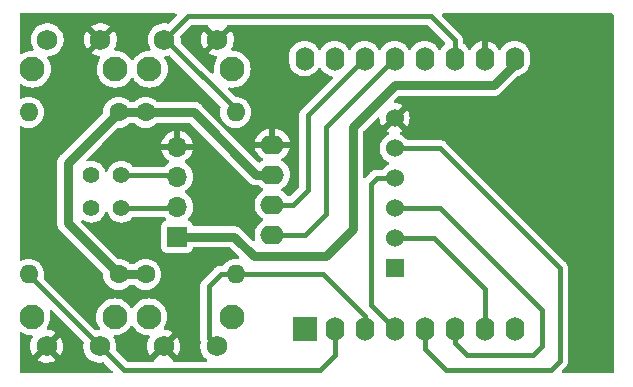
<source format=gbr>
%TF.GenerationSoftware,KiCad,Pcbnew,(6.0.4)*%
%TF.CreationDate,2022-09-30T21:10:11-05:00*%
%TF.ProjectId,WiRSa,57695253-612e-46b6-9963-61645f706362,rev?*%
%TF.SameCoordinates,Original*%
%TF.FileFunction,Copper,L2,Bot*%
%TF.FilePolarity,Positive*%
%FSLAX46Y46*%
G04 Gerber Fmt 4.6, Leading zero omitted, Abs format (unit mm)*
G04 Created by KiCad (PCBNEW (6.0.4)) date 2022-09-30 21:10:11*
%MOMM*%
%LPD*%
G01*
G04 APERTURE LIST*
%TA.AperFunction,ComponentPad*%
%ADD10R,1.700000X1.700000*%
%TD*%
%TA.AperFunction,ComponentPad*%
%ADD11O,1.700000X1.700000*%
%TD*%
%TA.AperFunction,ComponentPad*%
%ADD12R,2.000000X2.000000*%
%TD*%
%TA.AperFunction,ComponentPad*%
%ADD13O,1.600000X2.000000*%
%TD*%
%TA.AperFunction,ComponentPad*%
%ADD14C,1.600000*%
%TD*%
%TA.AperFunction,ComponentPad*%
%ADD15O,1.600000X1.600000*%
%TD*%
%TA.AperFunction,ComponentPad*%
%ADD16C,2.100000*%
%TD*%
%TA.AperFunction,ComponentPad*%
%ADD17C,1.750000*%
%TD*%
%TA.AperFunction,ComponentPad*%
%ADD18O,2.000000X1.600000*%
%TD*%
%TA.AperFunction,ComponentPad*%
%ADD19C,1.400000*%
%TD*%
%TA.AperFunction,ComponentPad*%
%ADD20R,1.524000X1.524000*%
%TD*%
%TA.AperFunction,ComponentPad*%
%ADD21C,1.524000*%
%TD*%
%TA.AperFunction,Conductor*%
%ADD22C,0.406400*%
%TD*%
%TA.AperFunction,Conductor*%
%ADD23C,0.762000*%
%TD*%
G04 APERTURE END LIST*
D10*
%TO.P,RS232,1,VCC*%
%TO.N,Net-(J1-Pad1)*%
X74295000Y-92065000D03*
D11*
%TO.P,RS232,2,RXD*%
%TO.N,Net-(J1-Pad2)*%
X74295000Y-89525000D03*
%TO.P,RS232,3,TXD*%
%TO.N,Net-(J1-Pad3)*%
X74295000Y-86985000D03*
%TO.P,RS232,4,GND*%
%TO.N,GND*%
X74295000Y-84445000D03*
%TD*%
D12*
%TO.P,U1,1,~{RST}*%
%TO.N,unconnected-(U1-Pad1)*%
X85090000Y-99845000D03*
D13*
%TO.P,U1,2,A0*%
%TO.N,Net-(R1-Pad2)*%
X87630000Y-99845000D03*
%TO.P,U1,3,D0*%
%TO.N,Net-(R2-Pad2)*%
X90170000Y-99845000D03*
%TO.P,U1,4,SCK/D5*%
%TO.N,Net-(A1-Pad4)*%
X92710000Y-99845000D03*
%TO.P,U1,5,MISO/D6*%
%TO.N,Net-(A1-Pad5)*%
X95250000Y-99845000D03*
%TO.P,U1,6,MOSI/D7*%
%TO.N,Net-(A1-Pad3)*%
X97790000Y-99845000D03*
%TO.P,U1,7,CS/D8*%
%TO.N,Net-(A1-Pad2)*%
X100330000Y-99845000D03*
%TO.P,U1,8,3V3*%
%TO.N,Net-(A1-Pad1)*%
X102870000Y-99845000D03*
%TO.P,U1,9,5V*%
%TO.N,Net-(J1-Pad1)*%
X102870000Y-76985000D03*
%TO.P,U1,10,GND*%
%TO.N,GND*%
X100330000Y-76985000D03*
%TO.P,U1,11,D4*%
%TO.N,Net-(R4-Pad2)*%
X97790000Y-76985000D03*
%TO.P,U1,12,D3*%
%TO.N,Net-(R3-Pad2)*%
X95250000Y-76985000D03*
%TO.P,U1,13,SDA/D2*%
%TO.N,Net-(Brd1-Pad4)*%
X92710000Y-76985000D03*
%TO.P,U1,14,SCL/D1*%
%TO.N,Net-(Brd1-Pad3)*%
X90170000Y-76985000D03*
%TO.P,U1,15,RX*%
%TO.N,Net-(JP1-Pad2)*%
X87630000Y-76985000D03*
%TO.P,U1,16,TX*%
%TO.N,Net-(JP2-Pad2)*%
X85090000Y-76985000D03*
%TD*%
D14*
%TO.P,R1,1*%
%TO.N,Net-(A1-Pad1)*%
X69342000Y-95250000D03*
D15*
%TO.P,R1,2*%
%TO.N,Net-(R1-Pad2)*%
X61722000Y-95250000D03*
%TD*%
D14*
%TO.P,R4,1*%
%TO.N,Net-(A1-Pad1)*%
X71628000Y-81534000D03*
D15*
%TO.P,R4,2*%
%TO.N,Net-(R4-Pad2)*%
X79248000Y-81534000D03*
%TD*%
D14*
%TO.P,R2,1*%
%TO.N,Net-(A1-Pad1)*%
X71628000Y-95250000D03*
D15*
%TO.P,R2,2*%
%TO.N,Net-(R2-Pad2)*%
X79248000Y-95250000D03*
%TD*%
D16*
%TO.P,SW1,*%
%TO.N,*%
X69006000Y-98856000D03*
X61996000Y-98856000D03*
D17*
%TO.P,SW1,1,1*%
%TO.N,GND*%
X63246000Y-101346000D03*
%TO.P,SW1,2,2*%
%TO.N,Net-(R1-Pad2)*%
X67746000Y-101346000D03*
%TD*%
D14*
%TO.P,R3,1*%
%TO.N,Net-(A1-Pad1)*%
X69342000Y-81534000D03*
D15*
%TO.P,R3,2*%
%TO.N,Net-(R3-Pad2)*%
X61722000Y-81534000D03*
%TD*%
D16*
%TO.P,SW4,*%
%TO.N,*%
X78963000Y-77878500D03*
X71953000Y-77878500D03*
D17*
%TO.P,SW4,1,1*%
%TO.N,GND*%
X77713000Y-75388500D03*
%TO.P,SW4,2,2*%
%TO.N,Net-(R4-Pad2)*%
X73213000Y-75388500D03*
%TD*%
D18*
%TO.P,Brd1,4,SDA*%
%TO.N,Net-(Brd1-Pad4)*%
X82364000Y-91884000D03*
%TO.P,Brd1,3,SCL*%
%TO.N,Net-(Brd1-Pad3)*%
X82364000Y-89344000D03*
%TO.P,Brd1,2,VCC*%
%TO.N,Net-(A1-Pad1)*%
X82364000Y-86804000D03*
%TO.P,Brd1,1,GND*%
%TO.N,GND*%
X82364000Y-84264000D03*
%TD*%
D19*
%TO.P,TX,1,A*%
%TO.N,Net-(J1-Pad3)*%
X69576000Y-86868000D03*
%TO.P,TX,2,B*%
%TO.N,Net-(JP2-Pad2)*%
X67036000Y-86868000D03*
%TD*%
D16*
%TO.P,SW3,*%
%TO.N,*%
X62047000Y-77878500D03*
X69057000Y-77878500D03*
D17*
%TO.P,SW3,1,1*%
%TO.N,GND*%
X67807000Y-75388500D03*
%TO.P,SW3,2,2*%
%TO.N,Net-(R3-Pad2)*%
X63307000Y-75388500D03*
%TD*%
D19*
%TO.P,RX,2,B*%
%TO.N,Net-(JP1-Pad2)*%
X67036000Y-89662000D03*
%TO.P,RX,1,A*%
%TO.N,Net-(J1-Pad2)*%
X69576000Y-89662000D03*
%TD*%
D16*
%TO.P,SW2,*%
%TO.N,*%
X71902000Y-98856000D03*
X78912000Y-98856000D03*
D17*
%TO.P,SW2,1,1*%
%TO.N,GND*%
X73152000Y-101346000D03*
%TO.P,SW2,2,2*%
%TO.N,Net-(R2-Pad2)*%
X77652000Y-101346000D03*
%TD*%
D20*
%TO.P,A1,1,3V3*%
%TO.N,Net-(A1-Pad1)*%
X92710000Y-94742000D03*
D21*
%TO.P,A1,2,CS*%
%TO.N,Net-(A1-Pad2)*%
X92710000Y-92202000D03*
%TO.P,A1,3,MOSI*%
%TO.N,Net-(A1-Pad3)*%
X92710000Y-89662000D03*
%TO.P,A1,4,CLK*%
%TO.N,Net-(A1-Pad4)*%
X92710000Y-87122000D03*
%TO.P,A1,5,MISO*%
%TO.N,Net-(A1-Pad5)*%
X92710000Y-84582000D03*
%TO.P,A1,6,GND*%
%TO.N,GND*%
X92710000Y-82042000D03*
%TD*%
D22*
%TO.N,Net-(R1-Pad2)*%
X86360000Y-103378000D02*
X87630000Y-102108000D01*
X67746000Y-101346000D02*
X69778000Y-103378000D01*
X69778000Y-103378000D02*
X86360000Y-103378000D01*
D23*
%TO.N,Net-(A1-Pad1)*%
X65024000Y-85852000D02*
X65024000Y-86360000D01*
X69342000Y-81534000D02*
X65024000Y-85852000D01*
X71628000Y-81534000D02*
X69342000Y-81534000D01*
X75692000Y-81534000D02*
X71628000Y-81534000D01*
X80962000Y-86804000D02*
X75692000Y-81534000D01*
%TO.N,Net-(J1-Pad1)*%
X102870000Y-77470000D02*
X102870000Y-76985000D01*
X89154000Y-91440000D02*
X89154000Y-82804000D01*
X101092000Y-79248000D02*
X102870000Y-77470000D01*
X86868000Y-93726000D02*
X89154000Y-91440000D01*
X80772000Y-93726000D02*
X86868000Y-93726000D01*
X89154000Y-82804000D02*
X92710000Y-79248000D01*
X92710000Y-79248000D02*
X101092000Y-79248000D01*
X79111000Y-92065000D02*
X80772000Y-93726000D01*
X74295000Y-92065000D02*
X79111000Y-92065000D01*
D22*
%TO.N,Net-(Brd1-Pad4)*%
X85154000Y-91884000D02*
X82364000Y-91884000D01*
X92687000Y-76985000D02*
X86868000Y-82804000D01*
X86868000Y-90170000D02*
X85154000Y-91884000D01*
X92710000Y-76985000D02*
X92687000Y-76985000D01*
X86868000Y-82804000D02*
X86868000Y-90170000D01*
%TO.N,Net-(Brd1-Pad3)*%
X84138000Y-89344000D02*
X82364000Y-89344000D01*
X85344000Y-81788000D02*
X85344000Y-88138000D01*
X85344000Y-88138000D02*
X84138000Y-89344000D01*
X90147000Y-76985000D02*
X85344000Y-81788000D01*
X90170000Y-76985000D02*
X90147000Y-76985000D01*
%TO.N,Net-(J1-Pad3)*%
X74178000Y-86868000D02*
X74295000Y-86985000D01*
X69576000Y-86868000D02*
X74178000Y-86868000D01*
%TO.N,Net-(J1-Pad2)*%
X74158000Y-89662000D02*
X74295000Y-89525000D01*
X69576000Y-89662000D02*
X74158000Y-89662000D01*
%TO.N,Net-(R4-Pad2)*%
X75195500Y-73406000D02*
X73213000Y-75388500D01*
X95758000Y-73406000D02*
X75195500Y-73406000D01*
X97790000Y-75438000D02*
X95758000Y-73406000D01*
X97790000Y-76985000D02*
X97790000Y-75438000D01*
X73356500Y-75388500D02*
X73213000Y-75388500D01*
X79248000Y-81280000D02*
X73356500Y-75388500D01*
%TO.N,Net-(R1-Pad2)*%
X61722000Y-95322000D02*
X61722000Y-95250000D01*
X67746000Y-101346000D02*
X61722000Y-95322000D01*
X87630000Y-102108000D02*
X87630000Y-99845000D01*
%TO.N,Net-(R2-Pad2)*%
X77978000Y-95250000D02*
X76962000Y-96266000D01*
X76962000Y-96266000D02*
X76962000Y-100656000D01*
X76962000Y-100656000D02*
X77652000Y-101346000D01*
X79248000Y-95250000D02*
X77978000Y-95250000D01*
X86614000Y-95250000D02*
X90170000Y-98806000D01*
X90170000Y-98806000D02*
X90170000Y-99845000D01*
X79248000Y-95250000D02*
X86614000Y-95250000D01*
%TO.N,Net-(A1-Pad5)*%
X96520000Y-84582000D02*
X92710000Y-84582000D01*
X106680000Y-102616000D02*
X106680000Y-94742000D01*
X105918000Y-103378000D02*
X106680000Y-102616000D01*
X97028000Y-103378000D02*
X105918000Y-103378000D01*
X95250000Y-101600000D02*
X97028000Y-103378000D01*
X106680000Y-94742000D02*
X96520000Y-84582000D01*
X95250000Y-99845000D02*
X95250000Y-101600000D01*
%TO.N,Net-(A1-Pad3)*%
X96520000Y-89662000D02*
X92710000Y-89662000D01*
X105156000Y-98298000D02*
X96520000Y-89662000D01*
X105156000Y-101346000D02*
X105156000Y-98298000D01*
X104394000Y-102108000D02*
X105156000Y-101346000D01*
X98806000Y-102108000D02*
X104394000Y-102108000D01*
X97790000Y-101092000D02*
X98806000Y-102108000D01*
X97790000Y-99845000D02*
X97790000Y-101092000D01*
%TO.N,Net-(A1-Pad4)*%
X90678000Y-87630000D02*
X90678000Y-89154000D01*
X90678000Y-91694000D02*
X90678000Y-89154000D01*
X91186000Y-87122000D02*
X90678000Y-87630000D01*
X92710000Y-87122000D02*
X91186000Y-87122000D01*
X90678000Y-89154000D02*
X90678000Y-88646000D01*
X90678000Y-97813000D02*
X90678000Y-91694000D01*
X92710000Y-99845000D02*
X90678000Y-97813000D01*
%TO.N,Net-(A1-Pad2)*%
X100330000Y-96520000D02*
X96012000Y-92202000D01*
X100330000Y-99845000D02*
X100330000Y-96520000D01*
X96012000Y-92202000D02*
X92710000Y-92202000D01*
D23*
%TO.N,Net-(A1-Pad1)*%
X69342000Y-95250000D02*
X71628000Y-95250000D01*
X69342000Y-95250000D02*
X65024000Y-90932000D01*
X65024000Y-86360000D02*
X65024000Y-90932000D01*
X82364000Y-86804000D02*
X80962000Y-86804000D01*
%TD*%
%TA.AperFunction,Conductor*%
%TO.N,GND*%
G36*
X111193621Y-73172502D02*
G01*
X111240114Y-73226158D01*
X111251500Y-73278500D01*
X111251500Y-103505500D01*
X111231498Y-103573621D01*
X111177842Y-103620114D01*
X111125500Y-103631500D01*
X106975186Y-103631500D01*
X106907065Y-103611498D01*
X106860572Y-103557842D01*
X106850468Y-103487568D01*
X106879962Y-103422988D01*
X106886091Y-103416404D01*
X107162723Y-103139773D01*
X107168989Y-103133920D01*
X107207059Y-103100710D01*
X107207061Y-103100708D01*
X107212781Y-103095718D01*
X107249700Y-103043186D01*
X107253630Y-103037895D01*
X107288545Y-102993367D01*
X107293234Y-102987387D01*
X107296362Y-102980460D01*
X107297570Y-102978465D01*
X107306351Y-102963070D01*
X107307459Y-102961004D01*
X107311830Y-102954784D01*
X107314590Y-102947704D01*
X107314593Y-102947699D01*
X107335151Y-102894970D01*
X107337707Y-102888888D01*
X107360994Y-102837313D01*
X107364120Y-102830390D01*
X107365504Y-102822922D01*
X107366212Y-102820663D01*
X107371062Y-102803634D01*
X107371643Y-102801370D01*
X107374403Y-102794292D01*
X107382786Y-102730621D01*
X107383812Y-102724146D01*
X107395512Y-102661016D01*
X107394664Y-102646298D01*
X107391909Y-102598523D01*
X107391700Y-102591271D01*
X107391700Y-94771030D01*
X107391992Y-94762460D01*
X107395429Y-94712054D01*
X107395429Y-94712050D01*
X107395945Y-94704479D01*
X107394640Y-94697000D01*
X107384904Y-94641217D01*
X107383941Y-94634692D01*
X107377145Y-94578533D01*
X107377145Y-94578532D01*
X107376232Y-94570989D01*
X107373546Y-94563881D01*
X107372981Y-94561581D01*
X107368314Y-94544520D01*
X107367633Y-94542266D01*
X107366328Y-94534785D01*
X107363276Y-94527833D01*
X107363275Y-94527829D01*
X107340524Y-94476003D01*
X107338031Y-94469894D01*
X107332923Y-94456375D01*
X107315343Y-94409851D01*
X107311043Y-94403595D01*
X107309954Y-94401511D01*
X107301347Y-94386048D01*
X107300143Y-94384012D01*
X107297089Y-94377055D01*
X107257993Y-94326104D01*
X107254137Y-94320796D01*
X107222079Y-94274149D01*
X107222074Y-94274144D01*
X107217775Y-94267888D01*
X107195116Y-94247699D01*
X107171036Y-94226245D01*
X107165760Y-94221264D01*
X97043780Y-84099284D01*
X97037926Y-84093018D01*
X97004710Y-84054941D01*
X97004708Y-84054939D01*
X96999718Y-84049219D01*
X96947199Y-84012309D01*
X96941902Y-84008375D01*
X96897366Y-83973454D01*
X96897360Y-83973450D01*
X96891387Y-83968767D01*
X96884466Y-83965642D01*
X96882461Y-83964428D01*
X96867088Y-83955659D01*
X96865004Y-83954541D01*
X96858784Y-83950170D01*
X96851705Y-83947410D01*
X96851703Y-83947409D01*
X96798976Y-83926852D01*
X96792903Y-83924300D01*
X96734391Y-83897880D01*
X96726923Y-83896496D01*
X96724664Y-83895788D01*
X96707682Y-83890951D01*
X96705373Y-83890358D01*
X96698292Y-83887597D01*
X96690763Y-83886606D01*
X96690760Y-83886605D01*
X96634644Y-83879217D01*
X96628130Y-83878185D01*
X96572485Y-83867872D01*
X96572484Y-83867872D01*
X96565017Y-83866488D01*
X96557437Y-83866925D01*
X96557436Y-83866925D01*
X96502530Y-83870091D01*
X96495277Y-83870300D01*
X93828248Y-83870300D01*
X93760127Y-83850298D01*
X93725035Y-83816571D01*
X93690136Y-83766730D01*
X93690134Y-83766727D01*
X93686977Y-83762219D01*
X93529781Y-83605023D01*
X93525273Y-83601866D01*
X93525270Y-83601864D01*
X93449505Y-83548813D01*
X93347677Y-83477512D01*
X93342695Y-83475189D01*
X93342690Y-83475186D01*
X93259052Y-83436185D01*
X93237035Y-83425919D01*
X93183750Y-83379002D01*
X93164289Y-83310725D01*
X93184831Y-83242765D01*
X93237035Y-83197529D01*
X93342445Y-83148376D01*
X93351931Y-83142898D01*
X93395764Y-83112207D01*
X93404139Y-83101729D01*
X93397071Y-83088281D01*
X92722812Y-82414022D01*
X92708868Y-82406408D01*
X92707035Y-82406539D01*
X92700420Y-82410790D01*
X92022207Y-83089003D01*
X92015777Y-83100777D01*
X92025074Y-83112793D01*
X92068069Y-83142898D01*
X92077555Y-83148376D01*
X92182965Y-83197529D01*
X92236250Y-83244446D01*
X92255711Y-83312723D01*
X92235169Y-83380683D01*
X92182965Y-83425919D01*
X92077311Y-83475186D01*
X92077306Y-83475189D01*
X92072324Y-83477512D01*
X92067817Y-83480668D01*
X92067815Y-83480669D01*
X91894730Y-83601864D01*
X91894727Y-83601866D01*
X91890219Y-83605023D01*
X91733023Y-83762219D01*
X91729866Y-83766727D01*
X91729864Y-83766730D01*
X91617746Y-83926852D01*
X91605512Y-83944324D01*
X91603189Y-83949306D01*
X91603186Y-83949311D01*
X91513883Y-84140822D01*
X91511560Y-84145804D01*
X91510138Y-84151112D01*
X91510137Y-84151114D01*
X91503080Y-84177452D01*
X91454022Y-84360537D01*
X91434647Y-84582000D01*
X91454022Y-84803463D01*
X91511560Y-85018196D01*
X91513882Y-85023177D01*
X91513883Y-85023178D01*
X91603186Y-85214689D01*
X91603189Y-85214694D01*
X91605512Y-85219676D01*
X91608668Y-85224183D01*
X91608669Y-85224185D01*
X91699798Y-85354330D01*
X91733023Y-85401781D01*
X91890219Y-85558977D01*
X91894727Y-85562134D01*
X91894730Y-85562136D01*
X91950237Y-85601002D01*
X92072323Y-85686488D01*
X92077305Y-85688811D01*
X92077310Y-85688814D01*
X92182373Y-85737805D01*
X92235658Y-85784722D01*
X92255119Y-85852999D01*
X92234577Y-85920959D01*
X92182373Y-85966195D01*
X92077311Y-86015186D01*
X92077306Y-86015189D01*
X92072324Y-86017512D01*
X92067817Y-86020668D01*
X92067815Y-86020669D01*
X91894730Y-86141864D01*
X91894727Y-86141866D01*
X91890219Y-86145023D01*
X91733023Y-86302219D01*
X91729866Y-86306727D01*
X91729864Y-86306730D01*
X91694965Y-86356571D01*
X91639508Y-86400899D01*
X91591752Y-86410300D01*
X91215029Y-86410300D01*
X91206459Y-86410008D01*
X91156053Y-86406571D01*
X91156049Y-86406571D01*
X91148478Y-86406055D01*
X91141002Y-86407360D01*
X91141000Y-86407360D01*
X91085225Y-86417095D01*
X91078699Y-86418058D01*
X91022532Y-86424855D01*
X91022531Y-86424855D01*
X91014989Y-86425768D01*
X91007882Y-86428453D01*
X91005612Y-86429011D01*
X90988532Y-86433683D01*
X90986266Y-86434367D01*
X90978785Y-86435673D01*
X90920010Y-86461473D01*
X90913914Y-86463961D01*
X90871958Y-86479815D01*
X90853851Y-86486657D01*
X90847594Y-86490957D01*
X90845523Y-86492040D01*
X90830054Y-86500650D01*
X90828011Y-86501858D01*
X90821054Y-86504912D01*
X90770107Y-86544005D01*
X90764799Y-86547861D01*
X90718149Y-86579921D01*
X90718144Y-86579926D01*
X90711888Y-86584225D01*
X90706836Y-86589895D01*
X90706835Y-86589896D01*
X90670245Y-86630964D01*
X90665264Y-86636240D01*
X90258595Y-87042909D01*
X90196283Y-87076935D01*
X90125468Y-87071870D01*
X90068632Y-87029323D01*
X90043821Y-86962803D01*
X90043500Y-86953814D01*
X90043500Y-83224633D01*
X90063502Y-83156512D01*
X90080405Y-83135538D01*
X90626334Y-82589609D01*
X91223070Y-81992872D01*
X91285381Y-81958848D01*
X91356196Y-81963912D01*
X91413032Y-82006459D01*
X91437685Y-82070986D01*
X91454038Y-82257896D01*
X91455941Y-82268691D01*
X91510609Y-82472715D01*
X91514355Y-82483007D01*
X91603623Y-82674441D01*
X91609103Y-82683932D01*
X91639794Y-82727765D01*
X91650271Y-82736140D01*
X91663718Y-82729072D01*
X92349658Y-82043132D01*
X93074408Y-82043132D01*
X93074539Y-82044965D01*
X93078790Y-82051580D01*
X93757003Y-82729793D01*
X93768777Y-82736223D01*
X93780793Y-82726926D01*
X93810897Y-82683932D01*
X93816377Y-82674441D01*
X93905645Y-82483007D01*
X93909391Y-82472715D01*
X93964059Y-82268691D01*
X93965962Y-82257896D01*
X93984372Y-82047475D01*
X93984372Y-82036525D01*
X93965962Y-81826104D01*
X93964059Y-81815309D01*
X93909391Y-81611285D01*
X93905645Y-81600993D01*
X93816377Y-81409559D01*
X93810897Y-81400068D01*
X93780206Y-81356235D01*
X93769729Y-81347860D01*
X93756282Y-81354928D01*
X93082022Y-82029188D01*
X93074408Y-82043132D01*
X92349658Y-82043132D01*
X93397793Y-80994997D01*
X93404223Y-80983223D01*
X93394926Y-80971207D01*
X93351931Y-80941102D01*
X93342445Y-80935624D01*
X93151007Y-80846355D01*
X93140715Y-80842609D01*
X92936691Y-80787941D01*
X92925896Y-80786038D01*
X92738986Y-80769685D01*
X92672868Y-80743821D01*
X92631229Y-80686318D01*
X92627288Y-80615431D01*
X92660873Y-80555069D01*
X93041537Y-80174405D01*
X93103849Y-80140379D01*
X93130632Y-80137500D01*
X101012075Y-80137500D01*
X101031786Y-80139051D01*
X101038673Y-80140142D01*
X101038675Y-80140142D01*
X101045190Y-80141174D01*
X101051778Y-80140829D01*
X101051782Y-80140829D01*
X101111999Y-80137673D01*
X101118593Y-80137500D01*
X101138620Y-80137500D01*
X101141891Y-80137156D01*
X101141895Y-80137156D01*
X101158539Y-80135407D01*
X101165113Y-80134890D01*
X101225316Y-80131735D01*
X101225318Y-80131735D01*
X101231915Y-80131389D01*
X101245028Y-80127875D01*
X101264470Y-80124272D01*
X101265712Y-80124142D01*
X101271385Y-80123546D01*
X101271389Y-80123545D01*
X101277956Y-80122855D01*
X101341581Y-80102182D01*
X101347906Y-80100309D01*
X101355359Y-80098312D01*
X101412524Y-80082994D01*
X101424616Y-80076833D01*
X101442875Y-80069270D01*
X101455785Y-80065075D01*
X101513724Y-80031624D01*
X101519520Y-80028477D01*
X101579125Y-79998107D01*
X101589670Y-79989568D01*
X101605955Y-79978375D01*
X101612002Y-79974884D01*
X101612005Y-79974881D01*
X101617715Y-79971585D01*
X101622615Y-79967173D01*
X101622619Y-79967170D01*
X101667425Y-79926825D01*
X101672446Y-79922537D01*
X101685441Y-79912014D01*
X101688006Y-79909937D01*
X101702153Y-79895790D01*
X101706937Y-79891249D01*
X101751766Y-79850885D01*
X101751767Y-79850883D01*
X101756669Y-79846470D01*
X101764652Y-79835482D01*
X101777489Y-79820454D01*
X103103327Y-78494616D01*
X103159811Y-78462004D01*
X103313933Y-78420707D01*
X103313935Y-78420706D01*
X103319243Y-78419284D01*
X103324225Y-78416961D01*
X103521762Y-78324849D01*
X103521767Y-78324846D01*
X103526749Y-78322523D01*
X103634480Y-78247089D01*
X103709789Y-78194357D01*
X103709792Y-78194355D01*
X103714300Y-78191198D01*
X103876198Y-78029300D01*
X104007523Y-77841749D01*
X104009846Y-77836767D01*
X104009849Y-77836762D01*
X104101961Y-77639225D01*
X104101961Y-77639224D01*
X104104284Y-77634243D01*
X104143993Y-77486050D01*
X104162119Y-77418402D01*
X104162119Y-77418400D01*
X104163543Y-77413087D01*
X104178500Y-77242127D01*
X104178500Y-76727873D01*
X104177813Y-76720012D01*
X104164022Y-76562393D01*
X104163543Y-76556913D01*
X104158659Y-76538684D01*
X104105707Y-76341067D01*
X104105706Y-76341065D01*
X104104284Y-76335757D01*
X104090410Y-76306004D01*
X104009849Y-76133238D01*
X104009846Y-76133233D01*
X104007523Y-76128251D01*
X103876198Y-75940700D01*
X103714300Y-75778802D01*
X103709792Y-75775645D01*
X103709789Y-75775643D01*
X103582928Y-75686814D01*
X103526749Y-75647477D01*
X103521767Y-75645154D01*
X103521762Y-75645151D01*
X103324225Y-75553039D01*
X103324224Y-75553039D01*
X103319243Y-75550716D01*
X103313935Y-75549294D01*
X103313933Y-75549293D01*
X103103402Y-75492881D01*
X103103400Y-75492881D01*
X103098087Y-75491457D01*
X102870000Y-75471502D01*
X102641913Y-75491457D01*
X102636600Y-75492881D01*
X102636598Y-75492881D01*
X102426067Y-75549293D01*
X102426065Y-75549294D01*
X102420757Y-75550716D01*
X102415776Y-75553039D01*
X102415775Y-75553039D01*
X102218238Y-75645151D01*
X102218233Y-75645154D01*
X102213251Y-75647477D01*
X102157072Y-75686814D01*
X102030211Y-75775643D01*
X102030208Y-75775645D01*
X102025700Y-75778802D01*
X101863802Y-75940700D01*
X101732477Y-76128251D01*
X101730154Y-76133233D01*
X101730151Y-76133238D01*
X101713919Y-76168049D01*
X101667002Y-76221334D01*
X101598725Y-76240795D01*
X101530765Y-76220253D01*
X101485529Y-76168049D01*
X101469414Y-76133489D01*
X101463931Y-76123993D01*
X101338972Y-75945533D01*
X101331916Y-75937125D01*
X101177875Y-75783084D01*
X101169467Y-75776028D01*
X100991007Y-75651069D01*
X100981511Y-75645586D01*
X100784053Y-75553510D01*
X100773761Y-75549764D01*
X100601497Y-75503606D01*
X100587401Y-75503942D01*
X100584000Y-75511884D01*
X100584000Y-77113000D01*
X100563998Y-77181121D01*
X100510342Y-77227614D01*
X100458000Y-77239000D01*
X100202000Y-77239000D01*
X100133879Y-77218998D01*
X100087386Y-77165342D01*
X100076000Y-77113000D01*
X100076000Y-75517033D01*
X100072027Y-75503502D01*
X100063478Y-75502273D01*
X99886239Y-75549764D01*
X99875947Y-75553510D01*
X99678489Y-75645586D01*
X99668993Y-75651069D01*
X99490533Y-75776028D01*
X99482125Y-75783084D01*
X99328084Y-75937125D01*
X99321028Y-75945533D01*
X99196069Y-76123993D01*
X99190586Y-76133489D01*
X99174471Y-76168049D01*
X99127554Y-76221334D01*
X99059277Y-76240795D01*
X98991317Y-76220253D01*
X98946081Y-76168049D01*
X98929849Y-76133238D01*
X98929846Y-76133233D01*
X98927523Y-76128251D01*
X98796198Y-75940700D01*
X98634300Y-75778802D01*
X98555428Y-75723575D01*
X98511101Y-75668119D01*
X98501700Y-75620363D01*
X98501700Y-75467030D01*
X98501992Y-75458460D01*
X98505429Y-75408054D01*
X98505429Y-75408050D01*
X98505945Y-75400479D01*
X98504442Y-75391865D01*
X98494904Y-75337217D01*
X98493941Y-75330692D01*
X98487145Y-75274533D01*
X98487145Y-75274532D01*
X98486232Y-75266989D01*
X98483546Y-75259881D01*
X98482981Y-75257581D01*
X98478314Y-75240520D01*
X98477634Y-75238266D01*
X98476328Y-75230785D01*
X98450521Y-75171995D01*
X98448033Y-75165898D01*
X98428027Y-75112953D01*
X98428026Y-75112950D01*
X98425343Y-75105851D01*
X98421044Y-75099596D01*
X98419951Y-75097505D01*
X98411345Y-75082043D01*
X98410142Y-75080009D01*
X98407089Y-75073054D01*
X98402466Y-75067029D01*
X98402463Y-75067024D01*
X98368012Y-75022126D01*
X98364136Y-75016791D01*
X98332082Y-74970153D01*
X98332077Y-74970147D01*
X98327775Y-74963888D01*
X98281026Y-74922236D01*
X98275751Y-74917256D01*
X96726091Y-73367595D01*
X96692065Y-73305283D01*
X96697130Y-73234467D01*
X96739677Y-73177632D01*
X96806197Y-73152821D01*
X96815186Y-73152500D01*
X111125500Y-73152500D01*
X111193621Y-73172502D01*
G37*
%TD.AperFunction*%
%TA.AperFunction,Conductor*%
G36*
X63678022Y-98292848D02*
G01*
X63709114Y-98315609D01*
X66351455Y-100957950D01*
X66385481Y-101020262D01*
X66383917Y-101075662D01*
X66384698Y-101075811D01*
X66383776Y-101080641D01*
X66383774Y-101080727D01*
X66382348Y-101085869D01*
X66381799Y-101091002D01*
X66381799Y-101091004D01*
X66359932Y-101295615D01*
X66358172Y-101312082D01*
X66358469Y-101317234D01*
X66358469Y-101317238D01*
X66366525Y-101456946D01*
X66371268Y-101539206D01*
X66372405Y-101544252D01*
X66372406Y-101544258D01*
X66420145Y-101756093D01*
X66421283Y-101761141D01*
X66506875Y-101971927D01*
X66625744Y-102165904D01*
X66774698Y-102337861D01*
X66949737Y-102483181D01*
X66954189Y-102485783D01*
X66954194Y-102485786D01*
X67134710Y-102591271D01*
X67146160Y-102597962D01*
X67358693Y-102679120D01*
X67363759Y-102680151D01*
X67363760Y-102680151D01*
X67462861Y-102700313D01*
X67581627Y-102724476D01*
X67709437Y-102729163D01*
X67803811Y-102732624D01*
X67803815Y-102732624D01*
X67808975Y-102732813D01*
X67814095Y-102732157D01*
X67814097Y-102732157D01*
X68028921Y-102704638D01*
X68099031Y-102715823D01*
X68134027Y-102740522D01*
X68809909Y-103416405D01*
X68843934Y-103478717D01*
X68838869Y-103549533D01*
X68796322Y-103606368D01*
X68729802Y-103631179D01*
X68720813Y-103631500D01*
X61086500Y-103631500D01*
X61018379Y-103611498D01*
X60971886Y-103557842D01*
X60960500Y-103505500D01*
X60960500Y-102489130D01*
X62467700Y-102489130D01*
X62472981Y-102496184D01*
X62641919Y-102594904D01*
X62651202Y-102599351D01*
X62854002Y-102676793D01*
X62863900Y-102679669D01*
X63076625Y-102722948D01*
X63086853Y-102724167D01*
X63303788Y-102732122D01*
X63314074Y-102731655D01*
X63529400Y-102704072D01*
X63539477Y-102701930D01*
X63747401Y-102639549D01*
X63756999Y-102635788D01*
X63951947Y-102540284D01*
X63960785Y-102535015D01*
X64013172Y-102497648D01*
X64021572Y-102486948D01*
X64014585Y-102473795D01*
X63258812Y-101718022D01*
X63244868Y-101710408D01*
X63243035Y-101710539D01*
X63236420Y-101714790D01*
X62474460Y-102476750D01*
X62467700Y-102489130D01*
X60960500Y-102489130D01*
X60960500Y-100274286D01*
X60980502Y-100206165D01*
X61034158Y-100159672D01*
X61104432Y-100149568D01*
X61152334Y-100166853D01*
X61216486Y-100206165D01*
X61286268Y-100248927D01*
X61430967Y-100308864D01*
X61508335Y-100340911D01*
X61508337Y-100340912D01*
X61512908Y-100342805D01*
X61588488Y-100360950D01*
X61746630Y-100398917D01*
X61746636Y-100398918D01*
X61751443Y-100400072D01*
X61847011Y-100407593D01*
X61976630Y-100417795D01*
X62042971Y-100443081D01*
X62085111Y-100500219D01*
X62089670Y-100571069D01*
X62070832Y-100614411D01*
X62042286Y-100656258D01*
X62037188Y-100665232D01*
X61945795Y-100862121D01*
X61942232Y-100871808D01*
X61884223Y-101080979D01*
X61882292Y-101091100D01*
X61859222Y-101306962D01*
X61858971Y-101317250D01*
X61871467Y-101533967D01*
X61872903Y-101544188D01*
X61920627Y-101755948D01*
X61923706Y-101765777D01*
X62005379Y-101966914D01*
X62010022Y-101976105D01*
X62094279Y-102113601D01*
X62104735Y-102123061D01*
X62113513Y-102119277D01*
X62885658Y-101347132D01*
X63610408Y-101347132D01*
X63610539Y-101348965D01*
X63614790Y-101355580D01*
X64374388Y-102115178D01*
X64386398Y-102121736D01*
X64398138Y-102112768D01*
X64432507Y-102064940D01*
X64437816Y-102056103D01*
X64533994Y-101861503D01*
X64537792Y-101851910D01*
X64600897Y-101644208D01*
X64603074Y-101634138D01*
X64631646Y-101417113D01*
X64632165Y-101410438D01*
X64633658Y-101349364D01*
X64633464Y-101342646D01*
X64615530Y-101124507D01*
X64613845Y-101114327D01*
X64560962Y-100903791D01*
X64557642Y-100894040D01*
X64471080Y-100694959D01*
X64466213Y-100685884D01*
X64397144Y-100579118D01*
X64386458Y-100569915D01*
X64376891Y-100574319D01*
X63618022Y-101333188D01*
X63610408Y-101347132D01*
X62885658Y-101347132D01*
X64017190Y-100215600D01*
X64024211Y-100202744D01*
X64016718Y-100192461D01*
X64009435Y-100187622D01*
X63819398Y-100082715D01*
X63809989Y-100078487D01*
X63605364Y-100006026D01*
X63595401Y-100003394D01*
X63381687Y-99965326D01*
X63371432Y-99964356D01*
X63368114Y-99964315D01*
X63366829Y-99963920D01*
X63366275Y-99963868D01*
X63366286Y-99963754D01*
X63300243Y-99943478D01*
X63254412Y-99889257D01*
X63245171Y-99818864D01*
X63262224Y-99772493D01*
X63388927Y-99565732D01*
X63482805Y-99339092D01*
X63540072Y-99100557D01*
X63559319Y-98856000D01*
X63540072Y-98611443D01*
X63536916Y-98598295D01*
X63497500Y-98434118D01*
X63501047Y-98363210D01*
X63542367Y-98305476D01*
X63608340Y-98279246D01*
X63678022Y-98292848D01*
G37*
%TD.AperFunction*%
%TA.AperFunction,Conductor*%
G36*
X74206435Y-73172502D02*
G01*
X74252928Y-73226158D01*
X74263032Y-73296432D01*
X74233538Y-73361012D01*
X74227409Y-73367595D01*
X73598030Y-73996974D01*
X73535718Y-74031000D01*
X73486839Y-74031926D01*
X73348733Y-74007325D01*
X73348729Y-74007325D01*
X73343645Y-74006419D01*
X73270196Y-74005522D01*
X73121331Y-74003703D01*
X73121329Y-74003703D01*
X73116161Y-74003640D01*
X72891278Y-74038052D01*
X72675035Y-74108731D01*
X72670447Y-74111119D01*
X72670443Y-74111121D01*
X72531762Y-74183314D01*
X72473239Y-74213779D01*
X72469106Y-74216882D01*
X72469103Y-74216884D01*
X72412476Y-74259401D01*
X72291310Y-74350375D01*
X72134133Y-74514851D01*
X72005931Y-74702789D01*
X72003758Y-74707471D01*
X72003756Y-74707474D01*
X71989838Y-74737459D01*
X71910145Y-74909143D01*
X71849348Y-75128369D01*
X71848799Y-75133506D01*
X71827028Y-75337217D01*
X71825172Y-75354582D01*
X71825469Y-75359734D01*
X71825469Y-75359738D01*
X71831656Y-75467030D01*
X71838268Y-75581706D01*
X71839405Y-75586752D01*
X71839406Y-75586758D01*
X71856528Y-75662734D01*
X71888283Y-75803641D01*
X71973875Y-76014427D01*
X72031032Y-76107698D01*
X72041304Y-76124461D01*
X72059842Y-76192995D01*
X72038386Y-76260671D01*
X71983747Y-76306004D01*
X71943757Y-76315908D01*
X71809438Y-76326480D01*
X71708443Y-76334428D01*
X71703636Y-76335582D01*
X71703630Y-76335583D01*
X71552563Y-76371851D01*
X71469908Y-76391695D01*
X71465337Y-76393588D01*
X71465335Y-76393589D01*
X71387967Y-76425636D01*
X71243268Y-76485573D01*
X71152261Y-76541342D01*
X71038330Y-76611158D01*
X71038327Y-76611160D01*
X71034104Y-76613748D01*
X71030340Y-76616963D01*
X71030337Y-76616965D01*
X70872211Y-76752019D01*
X70847567Y-76773067D01*
X70688248Y-76959604D01*
X70685660Y-76963827D01*
X70685658Y-76963830D01*
X70612433Y-77083324D01*
X70559786Y-77130956D01*
X70489744Y-77142563D01*
X70424546Y-77114460D01*
X70397567Y-77083324D01*
X70324342Y-76963830D01*
X70324340Y-76963827D01*
X70321752Y-76959604D01*
X70162433Y-76773067D01*
X70137789Y-76752019D01*
X69979663Y-76616965D01*
X69979660Y-76616963D01*
X69975896Y-76613748D01*
X69971673Y-76611160D01*
X69971670Y-76611158D01*
X69857739Y-76541342D01*
X69766732Y-76485573D01*
X69622033Y-76425636D01*
X69544665Y-76393589D01*
X69544663Y-76393588D01*
X69540092Y-76391695D01*
X69457437Y-76371851D01*
X69306370Y-76335583D01*
X69306364Y-76335582D01*
X69301557Y-76334428D01*
X69208994Y-76327143D01*
X69078543Y-76316876D01*
X69012202Y-76291590D01*
X68970062Y-76234452D01*
X68965503Y-76163602D01*
X68986108Y-76117736D01*
X68993505Y-76107442D01*
X68998818Y-76098600D01*
X69094994Y-75904003D01*
X69098792Y-75894410D01*
X69161897Y-75686708D01*
X69164074Y-75676638D01*
X69192646Y-75459613D01*
X69193165Y-75452938D01*
X69194658Y-75391864D01*
X69194464Y-75385146D01*
X69176530Y-75167007D01*
X69174845Y-75156827D01*
X69121962Y-74946291D01*
X69118642Y-74936540D01*
X69032080Y-74737459D01*
X69027213Y-74728384D01*
X68958144Y-74621618D01*
X68947458Y-74612415D01*
X68937891Y-74616819D01*
X67035460Y-76519250D01*
X67028700Y-76531630D01*
X67033981Y-76538684D01*
X67202919Y-76637404D01*
X67212202Y-76641851D01*
X67415002Y-76719293D01*
X67424900Y-76722169D01*
X67637625Y-76765448D01*
X67647853Y-76766667D01*
X67689231Y-76768185D01*
X67756573Y-76790670D01*
X67801068Y-76845994D01*
X67808590Y-76916591D01*
X67792047Y-76959931D01*
X67664073Y-77168768D01*
X67570195Y-77395408D01*
X67565951Y-77413087D01*
X67514131Y-77628933D01*
X67512928Y-77633943D01*
X67493681Y-77878500D01*
X67512928Y-78123057D01*
X67514082Y-78127864D01*
X67514083Y-78127870D01*
X67547741Y-78268064D01*
X67570195Y-78361592D01*
X67664073Y-78588232D01*
X67792248Y-78797396D01*
X67951567Y-78983933D01*
X68138104Y-79143252D01*
X68142327Y-79145840D01*
X68142330Y-79145842D01*
X68150615Y-79150919D01*
X68347268Y-79271427D01*
X68491967Y-79331364D01*
X68569335Y-79363411D01*
X68569337Y-79363412D01*
X68573908Y-79365305D01*
X68656563Y-79385149D01*
X68807630Y-79421417D01*
X68807636Y-79421418D01*
X68812443Y-79422572D01*
X69057000Y-79441819D01*
X69301557Y-79422572D01*
X69306364Y-79421418D01*
X69306370Y-79421417D01*
X69457437Y-79385149D01*
X69540092Y-79365305D01*
X69544663Y-79363412D01*
X69544665Y-79363411D01*
X69622033Y-79331364D01*
X69766732Y-79271427D01*
X69963385Y-79150919D01*
X69971670Y-79145842D01*
X69971673Y-79145840D01*
X69975896Y-79143252D01*
X70162433Y-78983933D01*
X70321752Y-78797396D01*
X70397567Y-78673676D01*
X70450214Y-78626044D01*
X70520256Y-78614437D01*
X70585454Y-78642540D01*
X70612432Y-78673675D01*
X70688248Y-78797396D01*
X70847567Y-78983933D01*
X71034104Y-79143252D01*
X71038327Y-79145840D01*
X71038330Y-79145842D01*
X71046615Y-79150919D01*
X71243268Y-79271427D01*
X71387967Y-79331364D01*
X71465335Y-79363411D01*
X71465337Y-79363412D01*
X71469908Y-79365305D01*
X71552563Y-79385149D01*
X71703630Y-79421417D01*
X71703636Y-79421418D01*
X71708443Y-79422572D01*
X71953000Y-79441819D01*
X72197557Y-79422572D01*
X72202364Y-79421418D01*
X72202370Y-79421417D01*
X72353437Y-79385149D01*
X72436092Y-79365305D01*
X72440663Y-79363412D01*
X72440665Y-79363411D01*
X72518033Y-79331364D01*
X72662732Y-79271427D01*
X72859385Y-79150919D01*
X72867670Y-79145842D01*
X72867673Y-79145840D01*
X72871896Y-79143252D01*
X73058433Y-78983933D01*
X73217752Y-78797396D01*
X73345927Y-78588232D01*
X73439805Y-78361592D01*
X73462259Y-78268064D01*
X73495917Y-78127870D01*
X73495918Y-78127864D01*
X73497072Y-78123057D01*
X73516319Y-77878500D01*
X73497072Y-77633943D01*
X73495870Y-77628933D01*
X73444049Y-77413087D01*
X73439805Y-77395408D01*
X73345927Y-77168768D01*
X73219040Y-76961706D01*
X73200503Y-76893175D01*
X73221960Y-76825498D01*
X73276599Y-76780165D01*
X73310464Y-76770895D01*
X73496504Y-76747063D01*
X73496505Y-76747063D01*
X73501632Y-76746406D01*
X73506583Y-76744921D01*
X73506586Y-76744920D01*
X73588222Y-76720428D01*
X73659217Y-76720012D01*
X73713524Y-76752019D01*
X77969154Y-81007650D01*
X78003180Y-81069962D01*
X78001766Y-81129354D01*
X77954457Y-81305913D01*
X77934502Y-81534000D01*
X77954457Y-81762087D01*
X77955881Y-81767400D01*
X77955881Y-81767402D01*
X77966082Y-81805470D01*
X78013716Y-81983243D01*
X78016039Y-81988224D01*
X78016039Y-81988225D01*
X78108151Y-82185762D01*
X78108154Y-82185767D01*
X78110477Y-82190749D01*
X78241802Y-82378300D01*
X78403700Y-82540198D01*
X78408208Y-82543355D01*
X78408211Y-82543357D01*
X78474266Y-82589609D01*
X78591251Y-82671523D01*
X78596233Y-82673846D01*
X78596238Y-82673849D01*
X78793775Y-82765961D01*
X78798757Y-82768284D01*
X78804065Y-82769706D01*
X78804067Y-82769707D01*
X79014598Y-82826119D01*
X79014600Y-82826119D01*
X79019913Y-82827543D01*
X79248000Y-82847498D01*
X79476087Y-82827543D01*
X79481400Y-82826119D01*
X79481402Y-82826119D01*
X79691933Y-82769707D01*
X79691935Y-82769706D01*
X79697243Y-82768284D01*
X79702225Y-82765961D01*
X79899762Y-82673849D01*
X79899767Y-82673846D01*
X79904749Y-82671523D01*
X80021734Y-82589609D01*
X80087789Y-82543357D01*
X80087792Y-82543355D01*
X80092300Y-82540198D01*
X80254198Y-82378300D01*
X80385523Y-82190749D01*
X80387846Y-82185767D01*
X80387849Y-82185762D01*
X80479961Y-81988225D01*
X80479961Y-81988224D01*
X80482284Y-81983243D01*
X80529919Y-81805470D01*
X80540119Y-81767402D01*
X80540119Y-81767400D01*
X80541543Y-81762087D01*
X80561498Y-81534000D01*
X80541543Y-81305913D01*
X80531940Y-81270074D01*
X80483707Y-81090067D01*
X80483706Y-81090065D01*
X80482284Y-81084757D01*
X80475385Y-81069962D01*
X80387849Y-80882238D01*
X80387846Y-80882233D01*
X80385523Y-80877251D01*
X80310204Y-80769685D01*
X80257357Y-80694211D01*
X80257355Y-80694208D01*
X80254198Y-80689700D01*
X80092300Y-80527802D01*
X80087792Y-80524645D01*
X80087789Y-80524643D01*
X80009611Y-80469902D01*
X79904749Y-80396477D01*
X79899767Y-80394154D01*
X79899762Y-80394151D01*
X79702225Y-80302039D01*
X79702224Y-80302039D01*
X79697243Y-80299716D01*
X79691935Y-80298294D01*
X79691933Y-80298293D01*
X79481402Y-80241881D01*
X79481400Y-80241881D01*
X79476087Y-80240457D01*
X79248000Y-80220502D01*
X79246487Y-80220634D01*
X79179546Y-80200979D01*
X79158572Y-80184076D01*
X78610328Y-79635832D01*
X78576302Y-79573520D01*
X78581367Y-79502705D01*
X78623914Y-79445869D01*
X78690434Y-79421058D01*
X78716857Y-79422191D01*
X78718443Y-79422572D01*
X78963000Y-79441819D01*
X79207557Y-79422572D01*
X79212364Y-79421418D01*
X79212370Y-79421417D01*
X79363437Y-79385149D01*
X79446092Y-79365305D01*
X79450663Y-79363412D01*
X79450665Y-79363411D01*
X79528033Y-79331364D01*
X79672732Y-79271427D01*
X79869385Y-79150919D01*
X79877670Y-79145842D01*
X79877673Y-79145840D01*
X79881896Y-79143252D01*
X80068433Y-78983933D01*
X80227752Y-78797396D01*
X80355927Y-78588232D01*
X80449805Y-78361592D01*
X80472259Y-78268064D01*
X80505917Y-78127870D01*
X80505918Y-78127864D01*
X80507072Y-78123057D01*
X80526319Y-77878500D01*
X80507072Y-77633943D01*
X80505870Y-77628933D01*
X80454049Y-77413087D01*
X80449805Y-77395408D01*
X80355927Y-77168768D01*
X80227752Y-76959604D01*
X80068433Y-76773067D01*
X80043789Y-76752019D01*
X79885663Y-76616965D01*
X79885660Y-76616963D01*
X79881896Y-76613748D01*
X79877673Y-76611160D01*
X79877670Y-76611158D01*
X79763739Y-76541342D01*
X79672732Y-76485573D01*
X79528033Y-76425636D01*
X79450665Y-76393589D01*
X79450663Y-76393588D01*
X79446092Y-76391695D01*
X79363437Y-76371851D01*
X79212370Y-76335583D01*
X79212364Y-76335582D01*
X79207557Y-76334428D01*
X79114994Y-76327143D01*
X78984543Y-76316876D01*
X78918202Y-76291590D01*
X78876062Y-76234452D01*
X78871503Y-76163602D01*
X78892108Y-76117736D01*
X78899505Y-76107442D01*
X78904818Y-76098600D01*
X79000994Y-75904003D01*
X79004792Y-75894410D01*
X79067897Y-75686708D01*
X79070074Y-75676638D01*
X79098646Y-75459613D01*
X79099165Y-75452938D01*
X79100658Y-75391864D01*
X79100464Y-75385146D01*
X79082530Y-75167007D01*
X79080845Y-75156827D01*
X79027962Y-74946291D01*
X79024642Y-74936540D01*
X78938080Y-74737459D01*
X78933213Y-74728384D01*
X78864144Y-74621618D01*
X78853458Y-74612415D01*
X78843891Y-74616819D01*
X76941460Y-76519250D01*
X76934700Y-76531630D01*
X76939981Y-76538684D01*
X77108919Y-76637404D01*
X77118202Y-76641851D01*
X77321002Y-76719293D01*
X77330900Y-76722169D01*
X77543625Y-76765448D01*
X77553853Y-76766667D01*
X77595231Y-76768185D01*
X77662573Y-76790670D01*
X77707068Y-76845994D01*
X77714590Y-76916591D01*
X77698047Y-76959931D01*
X77570073Y-77168768D01*
X77476195Y-77395408D01*
X77471951Y-77413087D01*
X77420131Y-77628933D01*
X77418928Y-77633943D01*
X77399681Y-77878500D01*
X77418928Y-78123057D01*
X77419054Y-78123580D01*
X77410114Y-78192773D01*
X77364394Y-78247089D01*
X77296566Y-78268064D01*
X77228166Y-78249039D01*
X77205668Y-78231172D01*
X74623888Y-75649392D01*
X74589862Y-75587080D01*
X74588061Y-75543851D01*
X74599148Y-75459636D01*
X74599148Y-75459632D01*
X74599585Y-75456315D01*
X74600929Y-75401312D01*
X74601160Y-75391865D01*
X74601160Y-75391861D01*
X74601242Y-75388500D01*
X74598878Y-75359750D01*
X76325971Y-75359750D01*
X76338467Y-75576467D01*
X76339903Y-75586688D01*
X76387627Y-75798448D01*
X76390706Y-75808277D01*
X76472379Y-76009414D01*
X76477022Y-76018605D01*
X76561279Y-76156101D01*
X76571735Y-76165561D01*
X76580513Y-76161777D01*
X77340978Y-75401312D01*
X77348592Y-75387368D01*
X77348461Y-75385535D01*
X77344210Y-75378920D01*
X76584858Y-74619568D01*
X76573322Y-74613268D01*
X76561039Y-74622891D01*
X76509279Y-74698768D01*
X76504191Y-74707724D01*
X76412795Y-74904621D01*
X76409232Y-74914308D01*
X76351223Y-75123479D01*
X76349292Y-75133600D01*
X76326222Y-75349462D01*
X76325971Y-75359750D01*
X74598878Y-75359750D01*
X74582601Y-75161764D01*
X74572626Y-75122052D01*
X74575430Y-75051110D01*
X74605735Y-75002261D01*
X75453391Y-74154605D01*
X75515703Y-74120579D01*
X75542486Y-74117700D01*
X76809343Y-74117700D01*
X76877464Y-74137702D01*
X76923957Y-74191358D01*
X76932903Y-74240739D01*
X76943111Y-74259401D01*
X77700188Y-75016478D01*
X77714132Y-75024092D01*
X77715965Y-75023961D01*
X77722580Y-75019710D01*
X78484190Y-74258100D01*
X78495905Y-74236647D01*
X78507507Y-74183314D01*
X78557709Y-74133112D01*
X78618094Y-74117700D01*
X95411015Y-74117700D01*
X95479136Y-74137702D01*
X95500110Y-74154605D01*
X96945926Y-75600422D01*
X96979952Y-75662734D01*
X96974887Y-75733550D01*
X96944096Y-75777198D01*
X96945700Y-75778802D01*
X96783802Y-75940700D01*
X96652477Y-76128251D01*
X96650154Y-76133233D01*
X96650151Y-76133238D01*
X96634195Y-76167457D01*
X96587278Y-76220742D01*
X96519001Y-76240203D01*
X96451041Y-76219661D01*
X96405805Y-76167457D01*
X96389849Y-76133238D01*
X96389846Y-76133233D01*
X96387523Y-76128251D01*
X96256198Y-75940700D01*
X96094300Y-75778802D01*
X96089792Y-75775645D01*
X96089789Y-75775643D01*
X95962928Y-75686814D01*
X95906749Y-75647477D01*
X95901767Y-75645154D01*
X95901762Y-75645151D01*
X95704225Y-75553039D01*
X95704224Y-75553039D01*
X95699243Y-75550716D01*
X95693935Y-75549294D01*
X95693933Y-75549293D01*
X95483402Y-75492881D01*
X95483400Y-75492881D01*
X95478087Y-75491457D01*
X95250000Y-75471502D01*
X95021913Y-75491457D01*
X95016600Y-75492881D01*
X95016598Y-75492881D01*
X94806067Y-75549293D01*
X94806065Y-75549294D01*
X94800757Y-75550716D01*
X94795776Y-75553039D01*
X94795775Y-75553039D01*
X94598238Y-75645151D01*
X94598233Y-75645154D01*
X94593251Y-75647477D01*
X94537072Y-75686814D01*
X94410211Y-75775643D01*
X94410208Y-75775645D01*
X94405700Y-75778802D01*
X94243802Y-75940700D01*
X94112477Y-76128251D01*
X94110154Y-76133233D01*
X94110151Y-76133238D01*
X94094195Y-76167457D01*
X94047278Y-76220742D01*
X93979001Y-76240203D01*
X93911041Y-76219661D01*
X93865805Y-76167457D01*
X93849849Y-76133238D01*
X93849846Y-76133233D01*
X93847523Y-76128251D01*
X93716198Y-75940700D01*
X93554300Y-75778802D01*
X93549792Y-75775645D01*
X93549789Y-75775643D01*
X93422928Y-75686814D01*
X93366749Y-75647477D01*
X93361767Y-75645154D01*
X93361762Y-75645151D01*
X93164225Y-75553039D01*
X93164224Y-75553039D01*
X93159243Y-75550716D01*
X93153935Y-75549294D01*
X93153933Y-75549293D01*
X92943402Y-75492881D01*
X92943400Y-75492881D01*
X92938087Y-75491457D01*
X92710000Y-75471502D01*
X92481913Y-75491457D01*
X92476600Y-75492881D01*
X92476598Y-75492881D01*
X92266067Y-75549293D01*
X92266065Y-75549294D01*
X92260757Y-75550716D01*
X92255776Y-75553039D01*
X92255775Y-75553039D01*
X92058238Y-75645151D01*
X92058233Y-75645154D01*
X92053251Y-75647477D01*
X91997072Y-75686814D01*
X91870211Y-75775643D01*
X91870208Y-75775645D01*
X91865700Y-75778802D01*
X91703802Y-75940700D01*
X91572477Y-76128251D01*
X91570154Y-76133233D01*
X91570151Y-76133238D01*
X91554195Y-76167457D01*
X91507278Y-76220742D01*
X91439001Y-76240203D01*
X91371041Y-76219661D01*
X91325805Y-76167457D01*
X91309849Y-76133238D01*
X91309846Y-76133233D01*
X91307523Y-76128251D01*
X91176198Y-75940700D01*
X91014300Y-75778802D01*
X91009792Y-75775645D01*
X91009789Y-75775643D01*
X90882928Y-75686814D01*
X90826749Y-75647477D01*
X90821767Y-75645154D01*
X90821762Y-75645151D01*
X90624225Y-75553039D01*
X90624224Y-75553039D01*
X90619243Y-75550716D01*
X90613935Y-75549294D01*
X90613933Y-75549293D01*
X90403402Y-75492881D01*
X90403400Y-75492881D01*
X90398087Y-75491457D01*
X90170000Y-75471502D01*
X89941913Y-75491457D01*
X89936600Y-75492881D01*
X89936598Y-75492881D01*
X89726067Y-75549293D01*
X89726065Y-75549294D01*
X89720757Y-75550716D01*
X89715776Y-75553039D01*
X89715775Y-75553039D01*
X89518238Y-75645151D01*
X89518233Y-75645154D01*
X89513251Y-75647477D01*
X89457072Y-75686814D01*
X89330211Y-75775643D01*
X89330208Y-75775645D01*
X89325700Y-75778802D01*
X89163802Y-75940700D01*
X89032477Y-76128251D01*
X89030154Y-76133233D01*
X89030151Y-76133238D01*
X89014195Y-76167457D01*
X88967278Y-76220742D01*
X88899001Y-76240203D01*
X88831041Y-76219661D01*
X88785805Y-76167457D01*
X88769849Y-76133238D01*
X88769846Y-76133233D01*
X88767523Y-76128251D01*
X88636198Y-75940700D01*
X88474300Y-75778802D01*
X88469792Y-75775645D01*
X88469789Y-75775643D01*
X88342928Y-75686814D01*
X88286749Y-75647477D01*
X88281767Y-75645154D01*
X88281762Y-75645151D01*
X88084225Y-75553039D01*
X88084224Y-75553039D01*
X88079243Y-75550716D01*
X88073935Y-75549294D01*
X88073933Y-75549293D01*
X87863402Y-75492881D01*
X87863400Y-75492881D01*
X87858087Y-75491457D01*
X87630000Y-75471502D01*
X87401913Y-75491457D01*
X87396600Y-75492881D01*
X87396598Y-75492881D01*
X87186067Y-75549293D01*
X87186065Y-75549294D01*
X87180757Y-75550716D01*
X87175776Y-75553039D01*
X87175775Y-75553039D01*
X86978238Y-75645151D01*
X86978233Y-75645154D01*
X86973251Y-75647477D01*
X86917072Y-75686814D01*
X86790211Y-75775643D01*
X86790208Y-75775645D01*
X86785700Y-75778802D01*
X86623802Y-75940700D01*
X86492477Y-76128251D01*
X86490154Y-76133233D01*
X86490151Y-76133238D01*
X86474195Y-76167457D01*
X86427278Y-76220742D01*
X86359001Y-76240203D01*
X86291041Y-76219661D01*
X86245805Y-76167457D01*
X86229849Y-76133238D01*
X86229846Y-76133233D01*
X86227523Y-76128251D01*
X86096198Y-75940700D01*
X85934300Y-75778802D01*
X85929792Y-75775645D01*
X85929789Y-75775643D01*
X85802928Y-75686814D01*
X85746749Y-75647477D01*
X85741767Y-75645154D01*
X85741762Y-75645151D01*
X85544225Y-75553039D01*
X85544224Y-75553039D01*
X85539243Y-75550716D01*
X85533935Y-75549294D01*
X85533933Y-75549293D01*
X85323402Y-75492881D01*
X85323400Y-75492881D01*
X85318087Y-75491457D01*
X85090000Y-75471502D01*
X84861913Y-75491457D01*
X84856600Y-75492881D01*
X84856598Y-75492881D01*
X84646067Y-75549293D01*
X84646065Y-75549294D01*
X84640757Y-75550716D01*
X84635776Y-75553039D01*
X84635775Y-75553039D01*
X84438238Y-75645151D01*
X84438233Y-75645154D01*
X84433251Y-75647477D01*
X84377072Y-75686814D01*
X84250211Y-75775643D01*
X84250208Y-75775645D01*
X84245700Y-75778802D01*
X84083802Y-75940700D01*
X83952477Y-76128251D01*
X83950154Y-76133233D01*
X83950151Y-76133238D01*
X83869590Y-76306004D01*
X83855716Y-76335757D01*
X83854294Y-76341065D01*
X83854293Y-76341067D01*
X83801341Y-76538684D01*
X83796457Y-76556913D01*
X83795978Y-76562393D01*
X83782188Y-76720012D01*
X83781500Y-76727873D01*
X83781500Y-77242127D01*
X83796457Y-77413087D01*
X83797881Y-77418400D01*
X83797881Y-77418402D01*
X83816008Y-77486050D01*
X83855716Y-77634243D01*
X83858039Y-77639224D01*
X83858039Y-77639225D01*
X83950151Y-77836762D01*
X83950154Y-77836767D01*
X83952477Y-77841749D01*
X84083802Y-78029300D01*
X84245700Y-78191198D01*
X84250208Y-78194355D01*
X84250211Y-78194357D01*
X84325520Y-78247089D01*
X84433251Y-78322523D01*
X84438233Y-78324846D01*
X84438238Y-78324849D01*
X84635775Y-78416961D01*
X84640757Y-78419284D01*
X84646065Y-78420706D01*
X84646067Y-78420707D01*
X84856598Y-78477119D01*
X84856600Y-78477119D01*
X84861913Y-78478543D01*
X85090000Y-78498498D01*
X85318087Y-78478543D01*
X85323400Y-78477119D01*
X85323402Y-78477119D01*
X85533933Y-78420707D01*
X85533935Y-78420706D01*
X85539243Y-78419284D01*
X85544225Y-78416961D01*
X85741762Y-78324849D01*
X85741767Y-78324846D01*
X85746749Y-78322523D01*
X85854480Y-78247089D01*
X85929789Y-78194357D01*
X85929792Y-78194355D01*
X85934300Y-78191198D01*
X86096198Y-78029300D01*
X86227523Y-77841749D01*
X86229846Y-77836767D01*
X86229849Y-77836762D01*
X86245805Y-77802543D01*
X86292722Y-77749258D01*
X86360999Y-77729797D01*
X86428959Y-77750339D01*
X86474195Y-77802543D01*
X86490151Y-77836762D01*
X86490154Y-77836767D01*
X86492477Y-77841749D01*
X86623802Y-78029300D01*
X86785700Y-78191198D01*
X86790208Y-78194355D01*
X86790211Y-78194357D01*
X86865520Y-78247089D01*
X86973251Y-78322523D01*
X86978233Y-78324846D01*
X86978238Y-78324849D01*
X87175775Y-78416961D01*
X87180757Y-78419284D01*
X87186064Y-78420706D01*
X87384375Y-78473844D01*
X87444997Y-78510796D01*
X87476019Y-78574657D01*
X87467590Y-78645151D01*
X87440858Y-78684646D01*
X84861284Y-81264220D01*
X84855019Y-81270073D01*
X84811219Y-81308282D01*
X84806853Y-81314495D01*
X84774309Y-81360801D01*
X84770375Y-81366098D01*
X84735454Y-81410634D01*
X84735450Y-81410640D01*
X84730767Y-81416613D01*
X84727642Y-81423534D01*
X84726428Y-81425539D01*
X84717659Y-81440912D01*
X84716541Y-81442996D01*
X84712170Y-81449216D01*
X84709410Y-81456295D01*
X84709409Y-81456297D01*
X84688852Y-81509024D01*
X84686300Y-81515097D01*
X84659880Y-81573609D01*
X84658496Y-81581077D01*
X84657788Y-81583336D01*
X84652951Y-81600318D01*
X84652358Y-81602627D01*
X84649597Y-81609708D01*
X84648606Y-81617237D01*
X84648605Y-81617240D01*
X84641217Y-81673356D01*
X84640185Y-81679870D01*
X84629872Y-81735515D01*
X84628488Y-81742983D01*
X84628925Y-81750563D01*
X84628925Y-81750564D01*
X84632091Y-81805470D01*
X84632300Y-81812723D01*
X84632300Y-87791014D01*
X84612298Y-87859135D01*
X84595395Y-87880109D01*
X83880109Y-88595395D01*
X83817797Y-88629421D01*
X83791014Y-88632300D01*
X83728637Y-88632300D01*
X83660516Y-88612298D01*
X83625424Y-88578571D01*
X83610679Y-88557512D01*
X83570198Y-88499700D01*
X83408300Y-88337802D01*
X83403792Y-88334645D01*
X83403789Y-88334643D01*
X83322616Y-88277805D01*
X83220749Y-88206477D01*
X83215767Y-88204154D01*
X83215762Y-88204151D01*
X83181543Y-88188195D01*
X83128258Y-88141278D01*
X83108797Y-88073001D01*
X83129339Y-88005041D01*
X83181543Y-87959805D01*
X83215762Y-87943849D01*
X83215767Y-87943846D01*
X83220749Y-87941523D01*
X83374736Y-87833700D01*
X83403789Y-87813357D01*
X83403792Y-87813355D01*
X83408300Y-87810198D01*
X83570198Y-87648300D01*
X83573725Y-87643264D01*
X83634053Y-87557106D01*
X83701523Y-87460749D01*
X83703846Y-87455767D01*
X83703849Y-87455762D01*
X83795961Y-87258225D01*
X83795961Y-87258224D01*
X83798284Y-87253243D01*
X83808858Y-87213783D01*
X83856119Y-87037402D01*
X83856119Y-87037400D01*
X83857543Y-87032087D01*
X83877498Y-86804000D01*
X83857543Y-86575913D01*
X83850793Y-86550720D01*
X83799707Y-86360067D01*
X83799706Y-86360065D01*
X83798284Y-86354757D01*
X83795961Y-86349775D01*
X83703849Y-86152238D01*
X83703846Y-86152233D01*
X83701523Y-86147251D01*
X83570198Y-85959700D01*
X83408300Y-85797802D01*
X83403792Y-85794645D01*
X83403789Y-85794643D01*
X83311993Y-85730367D01*
X83220749Y-85666477D01*
X83215767Y-85664154D01*
X83215762Y-85664151D01*
X83180951Y-85647919D01*
X83127666Y-85601002D01*
X83108205Y-85532725D01*
X83128747Y-85464765D01*
X83180951Y-85419529D01*
X83215511Y-85403414D01*
X83225007Y-85397931D01*
X83403467Y-85272972D01*
X83411875Y-85265916D01*
X83565916Y-85111875D01*
X83572972Y-85103467D01*
X83697931Y-84925007D01*
X83703414Y-84915511D01*
X83795490Y-84718053D01*
X83799236Y-84707761D01*
X83845394Y-84535497D01*
X83845058Y-84521401D01*
X83837116Y-84518000D01*
X80896033Y-84518000D01*
X80882502Y-84521973D01*
X80881273Y-84530522D01*
X80928764Y-84707761D01*
X80932510Y-84718053D01*
X81024586Y-84915511D01*
X81030069Y-84925007D01*
X81155028Y-85103467D01*
X81162084Y-85111875D01*
X81316125Y-85265916D01*
X81324533Y-85272972D01*
X81502993Y-85397931D01*
X81512489Y-85403414D01*
X81547049Y-85419529D01*
X81600334Y-85466446D01*
X81619795Y-85534723D01*
X81599253Y-85602683D01*
X81547049Y-85647919D01*
X81512238Y-85664151D01*
X81512233Y-85664154D01*
X81507251Y-85666477D01*
X81502743Y-85669633D01*
X81502737Y-85669637D01*
X81343985Y-85780796D01*
X81276711Y-85803484D01*
X81207851Y-85786199D01*
X81182620Y-85766678D01*
X79408446Y-83992503D01*
X80882606Y-83992503D01*
X80882942Y-84006599D01*
X80890884Y-84010000D01*
X82091885Y-84010000D01*
X82107124Y-84005525D01*
X82108329Y-84004135D01*
X82110000Y-83996452D01*
X82110000Y-83991885D01*
X82618000Y-83991885D01*
X82622475Y-84007124D01*
X82623865Y-84008329D01*
X82631548Y-84010000D01*
X83831967Y-84010000D01*
X83845498Y-84006027D01*
X83846727Y-83997478D01*
X83799236Y-83820239D01*
X83795490Y-83809947D01*
X83703414Y-83612489D01*
X83697931Y-83602993D01*
X83572972Y-83424533D01*
X83565916Y-83416125D01*
X83411875Y-83262084D01*
X83403467Y-83255028D01*
X83225007Y-83130069D01*
X83215511Y-83124586D01*
X83018053Y-83032510D01*
X83007761Y-83028764D01*
X82797312Y-82972375D01*
X82786519Y-82970472D01*
X82632670Y-82957012D01*
X82620876Y-82960475D01*
X82619671Y-82961865D01*
X82618000Y-82969548D01*
X82618000Y-83991885D01*
X82110000Y-83991885D01*
X82110000Y-82974115D01*
X82105525Y-82958876D01*
X82104135Y-82957671D01*
X82099447Y-82956652D01*
X81941481Y-82970472D01*
X81930688Y-82972375D01*
X81720239Y-83028764D01*
X81709947Y-83032510D01*
X81512489Y-83124586D01*
X81502993Y-83130069D01*
X81324533Y-83255028D01*
X81316125Y-83262084D01*
X81162084Y-83416125D01*
X81155028Y-83424533D01*
X81030069Y-83602993D01*
X81024586Y-83612489D01*
X80932510Y-83809947D01*
X80928764Y-83820239D01*
X80882606Y-83992503D01*
X79408446Y-83992503D01*
X78799503Y-83383560D01*
X76377489Y-80961546D01*
X76364652Y-80946518D01*
X76356669Y-80935530D01*
X76306937Y-80890751D01*
X76302153Y-80886210D01*
X76288006Y-80872063D01*
X76272446Y-80859463D01*
X76267425Y-80855175D01*
X76222619Y-80814830D01*
X76222615Y-80814827D01*
X76217715Y-80810415D01*
X76212005Y-80807119D01*
X76212002Y-80807116D01*
X76205955Y-80803625D01*
X76189670Y-80792432D01*
X76179125Y-80783893D01*
X76119520Y-80753523D01*
X76113724Y-80750376D01*
X76102370Y-80743821D01*
X76055785Y-80716925D01*
X76042875Y-80712730D01*
X76024616Y-80705167D01*
X76012524Y-80699006D01*
X75947906Y-80681691D01*
X75941582Y-80679818D01*
X75932981Y-80677023D01*
X75877956Y-80659145D01*
X75871389Y-80658455D01*
X75871385Y-80658454D01*
X75865712Y-80657858D01*
X75864470Y-80657728D01*
X75845028Y-80654125D01*
X75831915Y-80650611D01*
X75825318Y-80650265D01*
X75825316Y-80650265D01*
X75765113Y-80647110D01*
X75758539Y-80646593D01*
X75741895Y-80644844D01*
X75741891Y-80644844D01*
X75738620Y-80644500D01*
X75718593Y-80644500D01*
X75711999Y-80644327D01*
X75651782Y-80641171D01*
X75651778Y-80641171D01*
X75645190Y-80640826D01*
X75638675Y-80641858D01*
X75638673Y-80641858D01*
X75631786Y-80642949D01*
X75612075Y-80644500D01*
X72641188Y-80644500D01*
X72573067Y-80624498D01*
X72552093Y-80607595D01*
X72472300Y-80527802D01*
X72467792Y-80524645D01*
X72467789Y-80524643D01*
X72389611Y-80469902D01*
X72284749Y-80396477D01*
X72279767Y-80394154D01*
X72279762Y-80394151D01*
X72082225Y-80302039D01*
X72082224Y-80302039D01*
X72077243Y-80299716D01*
X72071935Y-80298294D01*
X72071933Y-80298293D01*
X71861402Y-80241881D01*
X71861400Y-80241881D01*
X71856087Y-80240457D01*
X71628000Y-80220502D01*
X71399913Y-80240457D01*
X71394600Y-80241881D01*
X71394598Y-80241881D01*
X71184067Y-80298293D01*
X71184065Y-80298294D01*
X71178757Y-80299716D01*
X71173776Y-80302039D01*
X71173775Y-80302039D01*
X70976238Y-80394151D01*
X70976233Y-80394154D01*
X70971251Y-80396477D01*
X70866389Y-80469902D01*
X70788211Y-80524643D01*
X70788208Y-80524645D01*
X70783700Y-80527802D01*
X70703907Y-80607595D01*
X70641595Y-80641621D01*
X70614812Y-80644500D01*
X70355188Y-80644500D01*
X70287067Y-80624498D01*
X70266093Y-80607595D01*
X70186300Y-80527802D01*
X70181792Y-80524645D01*
X70181789Y-80524643D01*
X70103611Y-80469902D01*
X69998749Y-80396477D01*
X69993767Y-80394154D01*
X69993762Y-80394151D01*
X69796225Y-80302039D01*
X69796224Y-80302039D01*
X69791243Y-80299716D01*
X69785935Y-80298294D01*
X69785933Y-80298293D01*
X69575402Y-80241881D01*
X69575400Y-80241881D01*
X69570087Y-80240457D01*
X69342000Y-80220502D01*
X69113913Y-80240457D01*
X69108600Y-80241881D01*
X69108598Y-80241881D01*
X68898067Y-80298293D01*
X68898065Y-80298294D01*
X68892757Y-80299716D01*
X68887776Y-80302039D01*
X68887775Y-80302039D01*
X68690238Y-80394151D01*
X68690233Y-80394154D01*
X68685251Y-80396477D01*
X68580389Y-80469902D01*
X68502211Y-80524643D01*
X68502208Y-80524645D01*
X68497700Y-80527802D01*
X68335802Y-80689700D01*
X68332645Y-80694208D01*
X68332643Y-80694211D01*
X68279796Y-80769685D01*
X68204477Y-80877251D01*
X68202154Y-80882233D01*
X68202151Y-80882238D01*
X68114615Y-81069962D01*
X68107716Y-81084757D01*
X68106294Y-81090065D01*
X68106293Y-81090067D01*
X68058060Y-81270074D01*
X68048457Y-81305913D01*
X68028502Y-81534000D01*
X68028806Y-81537480D01*
X68008979Y-81605007D01*
X67992076Y-81625981D01*
X64451546Y-85166511D01*
X64436518Y-85179348D01*
X64425530Y-85187331D01*
X64421117Y-85192233D01*
X64421115Y-85192234D01*
X64380751Y-85237063D01*
X64376210Y-85241847D01*
X64362063Y-85255994D01*
X64359986Y-85258559D01*
X64349463Y-85271554D01*
X64345175Y-85276575D01*
X64304830Y-85321381D01*
X64304827Y-85321385D01*
X64300415Y-85326285D01*
X64297119Y-85331995D01*
X64297116Y-85331998D01*
X64293625Y-85338045D01*
X64282432Y-85354330D01*
X64273893Y-85364875D01*
X64255089Y-85401781D01*
X64243523Y-85424480D01*
X64240376Y-85430276D01*
X64206925Y-85488215D01*
X64204884Y-85494497D01*
X64202731Y-85501123D01*
X64195167Y-85519384D01*
X64189006Y-85531476D01*
X64180336Y-85563831D01*
X64171691Y-85596094D01*
X64169818Y-85602418D01*
X64149145Y-85666044D01*
X64148455Y-85672611D01*
X64148454Y-85672615D01*
X64147728Y-85679529D01*
X64144125Y-85698972D01*
X64140611Y-85712085D01*
X64140265Y-85718682D01*
X64140265Y-85718684D01*
X64137110Y-85778887D01*
X64136593Y-85785461D01*
X64135628Y-85794643D01*
X64134500Y-85805380D01*
X64134500Y-85825407D01*
X64134327Y-85832001D01*
X64133227Y-85852999D01*
X64130826Y-85898810D01*
X64131858Y-85905325D01*
X64131858Y-85905327D01*
X64132949Y-85912214D01*
X64134500Y-85931925D01*
X64134500Y-90852075D01*
X64132949Y-90871786D01*
X64132422Y-90875116D01*
X64130826Y-90885190D01*
X64131171Y-90891778D01*
X64131171Y-90891782D01*
X64134327Y-90951999D01*
X64134500Y-90958593D01*
X64134500Y-90978620D01*
X64134844Y-90981891D01*
X64134844Y-90981895D01*
X64136593Y-90998539D01*
X64137110Y-91005113D01*
X64138923Y-91039700D01*
X64140611Y-91071915D01*
X64142320Y-91078292D01*
X64142320Y-91078293D01*
X64144124Y-91085023D01*
X64147728Y-91104470D01*
X64149145Y-91117956D01*
X64151187Y-91124240D01*
X64169818Y-91181582D01*
X64171691Y-91187906D01*
X64189006Y-91252524D01*
X64195167Y-91264616D01*
X64202730Y-91282875D01*
X64206925Y-91295785D01*
X64237057Y-91347975D01*
X64240376Y-91353724D01*
X64243523Y-91359520D01*
X64273893Y-91419125D01*
X64278050Y-91424258D01*
X64282432Y-91429670D01*
X64293625Y-91445955D01*
X64297116Y-91452002D01*
X64297119Y-91452005D01*
X64300415Y-91457715D01*
X64304827Y-91462615D01*
X64304830Y-91462619D01*
X64314100Y-91472914D01*
X64344437Y-91506605D01*
X64345175Y-91507425D01*
X64349463Y-91512446D01*
X64359011Y-91524237D01*
X64362063Y-91528006D01*
X64376210Y-91542153D01*
X64380751Y-91546937D01*
X64419087Y-91589513D01*
X64425530Y-91596669D01*
X64436518Y-91604652D01*
X64451546Y-91617489D01*
X67992076Y-95158019D01*
X68026102Y-95220331D01*
X68028856Y-95245952D01*
X68028502Y-95250000D01*
X68048457Y-95478087D01*
X68107716Y-95699243D01*
X68110039Y-95704224D01*
X68110039Y-95704225D01*
X68202151Y-95901762D01*
X68202154Y-95901767D01*
X68204477Y-95906749D01*
X68335802Y-96094300D01*
X68497700Y-96256198D01*
X68502208Y-96259355D01*
X68502211Y-96259357D01*
X68568584Y-96305832D01*
X68685251Y-96387523D01*
X68690233Y-96389846D01*
X68690238Y-96389849D01*
X68858556Y-96468336D01*
X68892757Y-96484284D01*
X68898065Y-96485706D01*
X68898067Y-96485707D01*
X69108598Y-96542119D01*
X69108600Y-96542119D01*
X69113913Y-96543543D01*
X69342000Y-96563498D01*
X69570087Y-96543543D01*
X69575400Y-96542119D01*
X69575402Y-96542119D01*
X69785933Y-96485707D01*
X69785935Y-96485706D01*
X69791243Y-96484284D01*
X69825444Y-96468336D01*
X69993762Y-96389849D01*
X69993767Y-96389846D01*
X69998749Y-96387523D01*
X70115416Y-96305832D01*
X70181789Y-96259357D01*
X70181792Y-96259355D01*
X70186300Y-96256198D01*
X70266093Y-96176405D01*
X70328405Y-96142379D01*
X70355188Y-96139500D01*
X70614812Y-96139500D01*
X70682933Y-96159502D01*
X70703907Y-96176405D01*
X70783700Y-96256198D01*
X70788208Y-96259355D01*
X70788211Y-96259357D01*
X70854584Y-96305832D01*
X70971251Y-96387523D01*
X70976233Y-96389846D01*
X70976238Y-96389849D01*
X71144556Y-96468336D01*
X71178757Y-96484284D01*
X71184065Y-96485706D01*
X71184067Y-96485707D01*
X71394598Y-96542119D01*
X71394600Y-96542119D01*
X71399913Y-96543543D01*
X71628000Y-96563498D01*
X71856087Y-96543543D01*
X71861400Y-96542119D01*
X71861402Y-96542119D01*
X72071933Y-96485707D01*
X72071935Y-96485706D01*
X72077243Y-96484284D01*
X72111444Y-96468336D01*
X72279762Y-96389849D01*
X72279767Y-96389846D01*
X72284749Y-96387523D01*
X72401416Y-96305832D01*
X72467789Y-96259357D01*
X72467792Y-96259355D01*
X72472300Y-96256198D01*
X72634198Y-96094300D01*
X72765523Y-95906749D01*
X72767846Y-95901767D01*
X72767849Y-95901762D01*
X72859961Y-95704225D01*
X72859961Y-95704224D01*
X72862284Y-95699243D01*
X72921543Y-95478087D01*
X72941498Y-95250000D01*
X72921543Y-95021913D01*
X72862284Y-94800757D01*
X72821001Y-94712225D01*
X72767849Y-94598238D01*
X72767846Y-94598233D01*
X72765523Y-94593251D01*
X72683425Y-94476003D01*
X72637357Y-94410211D01*
X72637355Y-94410208D01*
X72634198Y-94405700D01*
X72472300Y-94243802D01*
X72467792Y-94240645D01*
X72467789Y-94240643D01*
X72389611Y-94185902D01*
X72284749Y-94112477D01*
X72279767Y-94110154D01*
X72279762Y-94110151D01*
X72082225Y-94018039D01*
X72082224Y-94018039D01*
X72077243Y-94015716D01*
X72071935Y-94014294D01*
X72071933Y-94014293D01*
X71861402Y-93957881D01*
X71861400Y-93957881D01*
X71856087Y-93956457D01*
X71628000Y-93936502D01*
X71399913Y-93956457D01*
X71394600Y-93957881D01*
X71394598Y-93957881D01*
X71184067Y-94014293D01*
X71184065Y-94014294D01*
X71178757Y-94015716D01*
X71173776Y-94018039D01*
X71173775Y-94018039D01*
X70976238Y-94110151D01*
X70976233Y-94110154D01*
X70971251Y-94112477D01*
X70866389Y-94185902D01*
X70788211Y-94240643D01*
X70788208Y-94240645D01*
X70783700Y-94243802D01*
X70703907Y-94323595D01*
X70641595Y-94357621D01*
X70614812Y-94360500D01*
X70355188Y-94360500D01*
X70287067Y-94340498D01*
X70266093Y-94323595D01*
X70186300Y-94243802D01*
X70181792Y-94240645D01*
X70181789Y-94240643D01*
X70103611Y-94185902D01*
X69998749Y-94112477D01*
X69993767Y-94110154D01*
X69993762Y-94110151D01*
X69796225Y-94018039D01*
X69796224Y-94018039D01*
X69791243Y-94015716D01*
X69785935Y-94014294D01*
X69785933Y-94014293D01*
X69575402Y-93957881D01*
X69575400Y-93957881D01*
X69570087Y-93956457D01*
X69342000Y-93936502D01*
X69338520Y-93936806D01*
X69270993Y-93916979D01*
X69250019Y-93900076D01*
X66223924Y-90873981D01*
X66189898Y-90811669D01*
X66194963Y-90740854D01*
X66237510Y-90684018D01*
X66304030Y-90659207D01*
X66373404Y-90674298D01*
X66385289Y-90681673D01*
X66429442Y-90712589D01*
X66434420Y-90714910D01*
X66434423Y-90714912D01*
X66552069Y-90769771D01*
X66621090Y-90801956D01*
X66626398Y-90803378D01*
X66626400Y-90803379D01*
X66820030Y-90855262D01*
X66820032Y-90855262D01*
X66825345Y-90856686D01*
X67036000Y-90875116D01*
X67246655Y-90856686D01*
X67251968Y-90855262D01*
X67251970Y-90855262D01*
X67445600Y-90803379D01*
X67445602Y-90803378D01*
X67450910Y-90801956D01*
X67519931Y-90769771D01*
X67637577Y-90714912D01*
X67637580Y-90714910D01*
X67642558Y-90712589D01*
X67815776Y-90591301D01*
X67965301Y-90441776D01*
X68086589Y-90268558D01*
X68103974Y-90231277D01*
X68173633Y-90081892D01*
X68173634Y-90081891D01*
X68175956Y-90076910D01*
X68180852Y-90058640D01*
X68184293Y-90045796D01*
X68221245Y-89985173D01*
X68285106Y-89954152D01*
X68355600Y-89962580D01*
X68410347Y-90007783D01*
X68427707Y-90045796D01*
X68431149Y-90058640D01*
X68436044Y-90076910D01*
X68438366Y-90081891D01*
X68438367Y-90081892D01*
X68508027Y-90231277D01*
X68525411Y-90268558D01*
X68646699Y-90441776D01*
X68796224Y-90591301D01*
X68969442Y-90712589D01*
X68974420Y-90714910D01*
X68974423Y-90714912D01*
X69092069Y-90769771D01*
X69161090Y-90801956D01*
X69166398Y-90803378D01*
X69166400Y-90803379D01*
X69360030Y-90855262D01*
X69360032Y-90855262D01*
X69365345Y-90856686D01*
X69576000Y-90875116D01*
X69786655Y-90856686D01*
X69791968Y-90855262D01*
X69791970Y-90855262D01*
X69985600Y-90803379D01*
X69985602Y-90803378D01*
X69990910Y-90801956D01*
X70059931Y-90769771D01*
X70177577Y-90714912D01*
X70177580Y-90714910D01*
X70182558Y-90712589D01*
X70355776Y-90591301D01*
X70505301Y-90441776D01*
X70515348Y-90427428D01*
X70570802Y-90383101D01*
X70618559Y-90373700D01*
X73175211Y-90373700D01*
X73243332Y-90393702D01*
X73270448Y-90417202D01*
X73295307Y-90445900D01*
X73337866Y-90495032D01*
X73337869Y-90495035D01*
X73341250Y-90498938D01*
X73345230Y-90502242D01*
X73349981Y-90506187D01*
X73389616Y-90565090D01*
X73391113Y-90636071D01*
X73353997Y-90696593D01*
X73313725Y-90721112D01*
X73261064Y-90740854D01*
X73198295Y-90764385D01*
X73081739Y-90851739D01*
X72994385Y-90968295D01*
X72943255Y-91104684D01*
X72936500Y-91166866D01*
X72936500Y-92963134D01*
X72943255Y-93025316D01*
X72994385Y-93161705D01*
X73081739Y-93278261D01*
X73198295Y-93365615D01*
X73334684Y-93416745D01*
X73396866Y-93423500D01*
X75193134Y-93423500D01*
X75255316Y-93416745D01*
X75391705Y-93365615D01*
X75508261Y-93278261D01*
X75595615Y-93161705D01*
X75642639Y-93036270D01*
X75685281Y-92979506D01*
X75751843Y-92954806D01*
X75760621Y-92954500D01*
X78690367Y-92954500D01*
X78758488Y-92974502D01*
X78779462Y-92991405D01*
X79525462Y-93737405D01*
X79559488Y-93799717D01*
X79554423Y-93870532D01*
X79511876Y-93927368D01*
X79445356Y-93952179D01*
X79425386Y-93952021D01*
X79253476Y-93936981D01*
X79253475Y-93936981D01*
X79248000Y-93936502D01*
X79019913Y-93956457D01*
X79014600Y-93957881D01*
X79014598Y-93957881D01*
X78804067Y-94014293D01*
X78804065Y-94014294D01*
X78798757Y-94015716D01*
X78793776Y-94018039D01*
X78793775Y-94018039D01*
X78596238Y-94110151D01*
X78596233Y-94110154D01*
X78591251Y-94112477D01*
X78486389Y-94185902D01*
X78408211Y-94240643D01*
X78408208Y-94240645D01*
X78403700Y-94243802D01*
X78241802Y-94405700D01*
X78192503Y-94476107D01*
X78186576Y-94484571D01*
X78131119Y-94528899D01*
X78083363Y-94538300D01*
X78007030Y-94538300D01*
X77998460Y-94538008D01*
X77948054Y-94534571D01*
X77948050Y-94534571D01*
X77940479Y-94534055D01*
X77933003Y-94535360D01*
X77933000Y-94535360D01*
X77877217Y-94545096D01*
X77870692Y-94546059D01*
X77814533Y-94552855D01*
X77814532Y-94552855D01*
X77806989Y-94553768D01*
X77799881Y-94556454D01*
X77797581Y-94557019D01*
X77780520Y-94561686D01*
X77778266Y-94562366D01*
X77770785Y-94563672D01*
X77711995Y-94589479D01*
X77705898Y-94591967D01*
X77652953Y-94611973D01*
X77652950Y-94611974D01*
X77645851Y-94614657D01*
X77639596Y-94618956D01*
X77637505Y-94620049D01*
X77622043Y-94628655D01*
X77620009Y-94629858D01*
X77613054Y-94632911D01*
X77607029Y-94637534D01*
X77607024Y-94637537D01*
X77562126Y-94671988D01*
X77556791Y-94675864D01*
X77510153Y-94707918D01*
X77510147Y-94707923D01*
X77503888Y-94712225D01*
X77462220Y-94758992D01*
X77457258Y-94764246D01*
X76479284Y-95742220D01*
X76473019Y-95748073D01*
X76429219Y-95786282D01*
X76424853Y-95792495D01*
X76392309Y-95838801D01*
X76388375Y-95844098D01*
X76353454Y-95888634D01*
X76353450Y-95888640D01*
X76348767Y-95894613D01*
X76345642Y-95901534D01*
X76344428Y-95903539D01*
X76335659Y-95918912D01*
X76334541Y-95920996D01*
X76330170Y-95927216D01*
X76327410Y-95934295D01*
X76327409Y-95934297D01*
X76306852Y-95987024D01*
X76304300Y-95993097D01*
X76277880Y-96051609D01*
X76276496Y-96059077D01*
X76275788Y-96061336D01*
X76270951Y-96078318D01*
X76270358Y-96080627D01*
X76267597Y-96087708D01*
X76266606Y-96095237D01*
X76266605Y-96095240D01*
X76259217Y-96151356D01*
X76258185Y-96157870D01*
X76251313Y-96194951D01*
X76246488Y-96220983D01*
X76246925Y-96228563D01*
X76246925Y-96228564D01*
X76250091Y-96283470D01*
X76250300Y-96290723D01*
X76250300Y-100626970D01*
X76250008Y-100635540D01*
X76246576Y-100685884D01*
X76246055Y-100693521D01*
X76247360Y-100700997D01*
X76247360Y-100701000D01*
X76257096Y-100756783D01*
X76258059Y-100763308D01*
X76265768Y-100827011D01*
X76268454Y-100834119D01*
X76269019Y-100836419D01*
X76273686Y-100853480D01*
X76274366Y-100855734D01*
X76275672Y-100863215D01*
X76291213Y-100898617D01*
X76301475Y-100921995D01*
X76303964Y-100928094D01*
X76305633Y-100932510D01*
X76311006Y-101003303D01*
X76309190Y-101010716D01*
X76288348Y-101085869D01*
X76287799Y-101091002D01*
X76287799Y-101091004D01*
X76265932Y-101295615D01*
X76264172Y-101312082D01*
X76264469Y-101317234D01*
X76264469Y-101317238D01*
X76272525Y-101456946D01*
X76277268Y-101539206D01*
X76278405Y-101544252D01*
X76278406Y-101544258D01*
X76326145Y-101756093D01*
X76327283Y-101761141D01*
X76412875Y-101971927D01*
X76531744Y-102165904D01*
X76680698Y-102337861D01*
X76684673Y-102341161D01*
X76684677Y-102341165D01*
X76807767Y-102443356D01*
X76847402Y-102502259D01*
X76848900Y-102573240D01*
X76811785Y-102633762D01*
X76747841Y-102664611D01*
X76727282Y-102666300D01*
X74045879Y-102666300D01*
X73977758Y-102646298D01*
X73931265Y-102592642D01*
X73921161Y-102522368D01*
X73926676Y-102509475D01*
X73928622Y-102488924D01*
X73920585Y-102473795D01*
X73164812Y-101718022D01*
X73150868Y-101710408D01*
X73149035Y-101710539D01*
X73142420Y-101714790D01*
X72380460Y-102476750D01*
X72372846Y-102490694D01*
X72374673Y-102516250D01*
X72380291Y-102531312D01*
X72365199Y-102600686D01*
X72314997Y-102650888D01*
X72254612Y-102666300D01*
X70124985Y-102666300D01*
X70056864Y-102646298D01*
X70035894Y-102629399D01*
X69140191Y-101733695D01*
X69106167Y-101671385D01*
X69104366Y-101628155D01*
X69105190Y-101621902D01*
X69132585Y-101413815D01*
X69133937Y-101358498D01*
X69134160Y-101349365D01*
X69134160Y-101349361D01*
X69134242Y-101346000D01*
X69115601Y-101119264D01*
X69060178Y-100898617D01*
X68998507Y-100756783D01*
X68971522Y-100694722D01*
X68971520Y-100694719D01*
X68969462Y-100689985D01*
X68919423Y-100612635D01*
X68899216Y-100544577D01*
X68919012Y-100476396D01*
X68972527Y-100429742D01*
X69015329Y-100418585D01*
X69106762Y-100411389D01*
X69250557Y-100400072D01*
X69255364Y-100398918D01*
X69255370Y-100398917D01*
X69413512Y-100360950D01*
X69489092Y-100342805D01*
X69493663Y-100340912D01*
X69493665Y-100340911D01*
X69571033Y-100308864D01*
X69715732Y-100248927D01*
X69877872Y-100149568D01*
X69920670Y-100123342D01*
X69920673Y-100123340D01*
X69924896Y-100120752D01*
X69969432Y-100082715D01*
X70107677Y-99964641D01*
X70111433Y-99961433D01*
X70215822Y-99839210D01*
X70267535Y-99778663D01*
X70267537Y-99778660D01*
X70270752Y-99774896D01*
X70346567Y-99651176D01*
X70399214Y-99603544D01*
X70469256Y-99591937D01*
X70534454Y-99620040D01*
X70561432Y-99651175D01*
X70637248Y-99774896D01*
X70640463Y-99778660D01*
X70640465Y-99778663D01*
X70692178Y-99839210D01*
X70796567Y-99961433D01*
X70800323Y-99964641D01*
X70938569Y-100082715D01*
X70983104Y-100120752D01*
X70987327Y-100123340D01*
X70987330Y-100123342D01*
X71030128Y-100149568D01*
X71192268Y-100248927D01*
X71336967Y-100308864D01*
X71414335Y-100340911D01*
X71414337Y-100340912D01*
X71418908Y-100342805D01*
X71494488Y-100360950D01*
X71652630Y-100398917D01*
X71652636Y-100398918D01*
X71657443Y-100400072D01*
X71753011Y-100407593D01*
X71882630Y-100417795D01*
X71948971Y-100443081D01*
X71991111Y-100500219D01*
X71995670Y-100571069D01*
X71976832Y-100614411D01*
X71948286Y-100656258D01*
X71943188Y-100665232D01*
X71851795Y-100862121D01*
X71848232Y-100871808D01*
X71790223Y-101080979D01*
X71788292Y-101091100D01*
X71765222Y-101306962D01*
X71764971Y-101317250D01*
X71777467Y-101533967D01*
X71778903Y-101544188D01*
X71826627Y-101755948D01*
X71829706Y-101765777D01*
X71911379Y-101966914D01*
X71916022Y-101976105D01*
X72000279Y-102113601D01*
X72010735Y-102123061D01*
X72019513Y-102119277D01*
X72791658Y-101347132D01*
X73516408Y-101347132D01*
X73516539Y-101348965D01*
X73520790Y-101355580D01*
X74280388Y-102115178D01*
X74292398Y-102121736D01*
X74304138Y-102112768D01*
X74338507Y-102064940D01*
X74343816Y-102056103D01*
X74439994Y-101861503D01*
X74443792Y-101851910D01*
X74506897Y-101644208D01*
X74509074Y-101634138D01*
X74537646Y-101417113D01*
X74538165Y-101410438D01*
X74539658Y-101349364D01*
X74539464Y-101342646D01*
X74521530Y-101124507D01*
X74519845Y-101114327D01*
X74466962Y-100903791D01*
X74463642Y-100894040D01*
X74377080Y-100694959D01*
X74372213Y-100685884D01*
X74303144Y-100579118D01*
X74292458Y-100569915D01*
X74282891Y-100574319D01*
X73524022Y-101333188D01*
X73516408Y-101347132D01*
X72791658Y-101347132D01*
X73923190Y-100215600D01*
X73930211Y-100202744D01*
X73922718Y-100192461D01*
X73915435Y-100187622D01*
X73725398Y-100082715D01*
X73715989Y-100078487D01*
X73511364Y-100006026D01*
X73501401Y-100003394D01*
X73287687Y-99965326D01*
X73277432Y-99964356D01*
X73274114Y-99964315D01*
X73272829Y-99963920D01*
X73272275Y-99963868D01*
X73272286Y-99963754D01*
X73206243Y-99943478D01*
X73160412Y-99889257D01*
X73151171Y-99818864D01*
X73168224Y-99772493D01*
X73294927Y-99565732D01*
X73388805Y-99339092D01*
X73446072Y-99100557D01*
X73465319Y-98856000D01*
X73446072Y-98611443D01*
X73442916Y-98598295D01*
X73403500Y-98434118D01*
X73388805Y-98372908D01*
X73381281Y-98354742D01*
X73296820Y-98150839D01*
X73294927Y-98146268D01*
X73166752Y-97937104D01*
X73007433Y-97750567D01*
X73003677Y-97747359D01*
X72824663Y-97594465D01*
X72824660Y-97594463D01*
X72820896Y-97591248D01*
X72816673Y-97588660D01*
X72816670Y-97588658D01*
X72660237Y-97492797D01*
X72611732Y-97463073D01*
X72412889Y-97380709D01*
X72389665Y-97371089D01*
X72389663Y-97371088D01*
X72385092Y-97369195D01*
X72233700Y-97332849D01*
X72151370Y-97313083D01*
X72151364Y-97313082D01*
X72146557Y-97311928D01*
X71902000Y-97292681D01*
X71657443Y-97311928D01*
X71652636Y-97313082D01*
X71652630Y-97313083D01*
X71570300Y-97332849D01*
X71418908Y-97369195D01*
X71414337Y-97371088D01*
X71414335Y-97371089D01*
X71391111Y-97380709D01*
X71192268Y-97463073D01*
X71143763Y-97492797D01*
X70987330Y-97588658D01*
X70987327Y-97588660D01*
X70983104Y-97591248D01*
X70979340Y-97594463D01*
X70979337Y-97594465D01*
X70800323Y-97747359D01*
X70796567Y-97750567D01*
X70637248Y-97937104D01*
X70634660Y-97941327D01*
X70634658Y-97941330D01*
X70561433Y-98060824D01*
X70508786Y-98108456D01*
X70438744Y-98120063D01*
X70373546Y-98091960D01*
X70346567Y-98060824D01*
X70273342Y-97941330D01*
X70273340Y-97941327D01*
X70270752Y-97937104D01*
X70111433Y-97750567D01*
X70107677Y-97747359D01*
X69928663Y-97594465D01*
X69928660Y-97594463D01*
X69924896Y-97591248D01*
X69920673Y-97588660D01*
X69920670Y-97588658D01*
X69764237Y-97492797D01*
X69715732Y-97463073D01*
X69516889Y-97380709D01*
X69493665Y-97371089D01*
X69493663Y-97371088D01*
X69489092Y-97369195D01*
X69337700Y-97332849D01*
X69255370Y-97313083D01*
X69255364Y-97313082D01*
X69250557Y-97311928D01*
X69006000Y-97292681D01*
X68761443Y-97311928D01*
X68756636Y-97313082D01*
X68756630Y-97313083D01*
X68674300Y-97332849D01*
X68522908Y-97369195D01*
X68518337Y-97371088D01*
X68518335Y-97371089D01*
X68495111Y-97380709D01*
X68296268Y-97463073D01*
X68247763Y-97492797D01*
X68091330Y-97588658D01*
X68091327Y-97588660D01*
X68087104Y-97591248D01*
X68083340Y-97594463D01*
X68083337Y-97594465D01*
X67904323Y-97747359D01*
X67900567Y-97750567D01*
X67741248Y-97937104D01*
X67613073Y-98146268D01*
X67611180Y-98150839D01*
X67526720Y-98354742D01*
X67519195Y-98372908D01*
X67504500Y-98434118D01*
X67465085Y-98598295D01*
X67461928Y-98611443D01*
X67442681Y-98856000D01*
X67461928Y-99100557D01*
X67519195Y-99339092D01*
X67613073Y-99565732D01*
X67738664Y-99770679D01*
X67757201Y-99839210D01*
X67735744Y-99906887D01*
X67681105Y-99952220D01*
X67648990Y-99960026D01*
X67649161Y-99961140D01*
X67468049Y-99988854D01*
X67397686Y-99979386D01*
X67359895Y-99953399D01*
X63039308Y-95632812D01*
X63005282Y-95570500D01*
X63006696Y-95511107D01*
X63014118Y-95483405D01*
X63014119Y-95483402D01*
X63015543Y-95478087D01*
X63035498Y-95250000D01*
X63015543Y-95021913D01*
X62956284Y-94800757D01*
X62915001Y-94712225D01*
X62861849Y-94598238D01*
X62861846Y-94598233D01*
X62859523Y-94593251D01*
X62777425Y-94476003D01*
X62731357Y-94410211D01*
X62731355Y-94410208D01*
X62728198Y-94405700D01*
X62566300Y-94243802D01*
X62561792Y-94240645D01*
X62561789Y-94240643D01*
X62483611Y-94185902D01*
X62378749Y-94112477D01*
X62373767Y-94110154D01*
X62373762Y-94110151D01*
X62176225Y-94018039D01*
X62176224Y-94018039D01*
X62171243Y-94015716D01*
X62165935Y-94014294D01*
X62165933Y-94014293D01*
X61955402Y-93957881D01*
X61955400Y-93957881D01*
X61950087Y-93956457D01*
X61722000Y-93936502D01*
X61493913Y-93956457D01*
X61488600Y-93957881D01*
X61488598Y-93957881D01*
X61278067Y-94014293D01*
X61278065Y-94014294D01*
X61272757Y-94015716D01*
X61267776Y-94018039D01*
X61267775Y-94018039D01*
X61139750Y-94077738D01*
X61069558Y-94088399D01*
X61004745Y-94059419D01*
X60965889Y-93999999D01*
X60960500Y-93963543D01*
X60960500Y-82820457D01*
X60980502Y-82752336D01*
X61034158Y-82705843D01*
X61104432Y-82695739D01*
X61139749Y-82706262D01*
X61221090Y-82744191D01*
X61256429Y-82760670D01*
X61272757Y-82768284D01*
X61278065Y-82769706D01*
X61278067Y-82769707D01*
X61488598Y-82826119D01*
X61488600Y-82826119D01*
X61493913Y-82827543D01*
X61722000Y-82847498D01*
X61950087Y-82827543D01*
X61955400Y-82826119D01*
X61955402Y-82826119D01*
X62165933Y-82769707D01*
X62165935Y-82769706D01*
X62171243Y-82768284D01*
X62176225Y-82765961D01*
X62373762Y-82673849D01*
X62373767Y-82673846D01*
X62378749Y-82671523D01*
X62495734Y-82589609D01*
X62561789Y-82543357D01*
X62561792Y-82543355D01*
X62566300Y-82540198D01*
X62728198Y-82378300D01*
X62859523Y-82190749D01*
X62861846Y-82185767D01*
X62861849Y-82185762D01*
X62953961Y-81988225D01*
X62953961Y-81988224D01*
X62956284Y-81983243D01*
X63003919Y-81805470D01*
X63014119Y-81767402D01*
X63014119Y-81767400D01*
X63015543Y-81762087D01*
X63035498Y-81534000D01*
X63015543Y-81305913D01*
X63005940Y-81270074D01*
X62957707Y-81090067D01*
X62957706Y-81090065D01*
X62956284Y-81084757D01*
X62949385Y-81069962D01*
X62861849Y-80882238D01*
X62861846Y-80882233D01*
X62859523Y-80877251D01*
X62784204Y-80769685D01*
X62731357Y-80694211D01*
X62731355Y-80694208D01*
X62728198Y-80689700D01*
X62566300Y-80527802D01*
X62561792Y-80524645D01*
X62561789Y-80524643D01*
X62483611Y-80469902D01*
X62378749Y-80396477D01*
X62373767Y-80394154D01*
X62373762Y-80394151D01*
X62176225Y-80302039D01*
X62176224Y-80302039D01*
X62171243Y-80299716D01*
X62165935Y-80298294D01*
X62165933Y-80298293D01*
X61955402Y-80241881D01*
X61955400Y-80241881D01*
X61950087Y-80240457D01*
X61722000Y-80220502D01*
X61493913Y-80240457D01*
X61488600Y-80241881D01*
X61488598Y-80241881D01*
X61278067Y-80298293D01*
X61278065Y-80298294D01*
X61272757Y-80299716D01*
X61267776Y-80302039D01*
X61267775Y-80302039D01*
X61139750Y-80361738D01*
X61069558Y-80372399D01*
X61004745Y-80343419D01*
X60965889Y-80283999D01*
X60960500Y-80247543D01*
X60960500Y-79265533D01*
X60980502Y-79197412D01*
X61034158Y-79150919D01*
X61104432Y-79140815D01*
X61152332Y-79158099D01*
X61337268Y-79271427D01*
X61481967Y-79331364D01*
X61559335Y-79363411D01*
X61559337Y-79363412D01*
X61563908Y-79365305D01*
X61646563Y-79385149D01*
X61797630Y-79421417D01*
X61797636Y-79421418D01*
X61802443Y-79422572D01*
X62047000Y-79441819D01*
X62291557Y-79422572D01*
X62296364Y-79421418D01*
X62296370Y-79421417D01*
X62447437Y-79385149D01*
X62530092Y-79365305D01*
X62534663Y-79363412D01*
X62534665Y-79363411D01*
X62612033Y-79331364D01*
X62756732Y-79271427D01*
X62953385Y-79150919D01*
X62961670Y-79145842D01*
X62961673Y-79145840D01*
X62965896Y-79143252D01*
X63152433Y-78983933D01*
X63311752Y-78797396D01*
X63439927Y-78588232D01*
X63533805Y-78361592D01*
X63556259Y-78268064D01*
X63589917Y-78127870D01*
X63589918Y-78127864D01*
X63591072Y-78123057D01*
X63610319Y-77878500D01*
X63591072Y-77633943D01*
X63589870Y-77628933D01*
X63538049Y-77413087D01*
X63533805Y-77395408D01*
X63439927Y-77168768D01*
X63313040Y-76961706D01*
X63294503Y-76893175D01*
X63315960Y-76825498D01*
X63370599Y-76780165D01*
X63404464Y-76770895D01*
X63590504Y-76747063D01*
X63590505Y-76747063D01*
X63595632Y-76746406D01*
X63648273Y-76730613D01*
X63808591Y-76682515D01*
X63808592Y-76682514D01*
X63813537Y-76681031D01*
X64017839Y-76580944D01*
X64022043Y-76577946D01*
X64022047Y-76577943D01*
X64198847Y-76451833D01*
X64198849Y-76451831D01*
X64203051Y-76448834D01*
X64364199Y-76288247D01*
X64370733Y-76279154D01*
X64493938Y-76107698D01*
X64493942Y-76107692D01*
X64496956Y-76103497D01*
X64575186Y-75945211D01*
X64595461Y-75904188D01*
X64595462Y-75904186D01*
X64597755Y-75899546D01*
X64663890Y-75681870D01*
X64664579Y-75676638D01*
X64693148Y-75459636D01*
X64693148Y-75459632D01*
X64693585Y-75456315D01*
X64694929Y-75401312D01*
X64695160Y-75391865D01*
X64695160Y-75391861D01*
X64695242Y-75388500D01*
X64692878Y-75359750D01*
X66419971Y-75359750D01*
X66432467Y-75576467D01*
X66433903Y-75586688D01*
X66481627Y-75798448D01*
X66484706Y-75808277D01*
X66566379Y-76009414D01*
X66571022Y-76018605D01*
X66655279Y-76156101D01*
X66665735Y-76165561D01*
X66674513Y-76161777D01*
X67434978Y-75401312D01*
X67442592Y-75387368D01*
X67442461Y-75385535D01*
X67438210Y-75378920D01*
X66678858Y-74619568D01*
X66667322Y-74613268D01*
X66655039Y-74622891D01*
X66603279Y-74698768D01*
X66598191Y-74707724D01*
X66506795Y-74904621D01*
X66503232Y-74914308D01*
X66445223Y-75123479D01*
X66443292Y-75133600D01*
X66420222Y-75349462D01*
X66419971Y-75359750D01*
X64692878Y-75359750D01*
X64676601Y-75161764D01*
X64621178Y-74941117D01*
X64530462Y-74732485D01*
X64406890Y-74541471D01*
X64253779Y-74373204D01*
X64094063Y-74247069D01*
X67030365Y-74247069D01*
X67037111Y-74259401D01*
X67794188Y-75016478D01*
X67808132Y-75024092D01*
X67809965Y-75023961D01*
X67816580Y-75019710D01*
X68578190Y-74258100D01*
X68585211Y-74245244D01*
X68577718Y-74234961D01*
X68570435Y-74230122D01*
X68380398Y-74125215D01*
X68370989Y-74120987D01*
X68166364Y-74048526D01*
X68156401Y-74045894D01*
X67942687Y-74007826D01*
X67932434Y-74006856D01*
X67715366Y-74004203D01*
X67705082Y-74004923D01*
X67490507Y-74037758D01*
X67480479Y-74040147D01*
X67274147Y-74107587D01*
X67264637Y-74111584D01*
X67072095Y-74211815D01*
X67063370Y-74217309D01*
X67038819Y-74235743D01*
X67030365Y-74247069D01*
X64094063Y-74247069D01*
X64075241Y-74232204D01*
X64037537Y-74211390D01*
X63934670Y-74154605D01*
X63876072Y-74122257D01*
X63871203Y-74120533D01*
X63871199Y-74120531D01*
X63666496Y-74048041D01*
X63666492Y-74048040D01*
X63661621Y-74046315D01*
X63656528Y-74045408D01*
X63656525Y-74045407D01*
X63442734Y-74007325D01*
X63442728Y-74007324D01*
X63437645Y-74006419D01*
X63364196Y-74005522D01*
X63215331Y-74003703D01*
X63215329Y-74003703D01*
X63210161Y-74003640D01*
X62985278Y-74038052D01*
X62769035Y-74108731D01*
X62764447Y-74111119D01*
X62764443Y-74111121D01*
X62625762Y-74183314D01*
X62567239Y-74213779D01*
X62563106Y-74216882D01*
X62563103Y-74216884D01*
X62506476Y-74259401D01*
X62385310Y-74350375D01*
X62228133Y-74514851D01*
X62099931Y-74702789D01*
X62097758Y-74707471D01*
X62097756Y-74707474D01*
X62083838Y-74737459D01*
X62004145Y-74909143D01*
X61943348Y-75128369D01*
X61942799Y-75133506D01*
X61921028Y-75337217D01*
X61919172Y-75354582D01*
X61919469Y-75359734D01*
X61919469Y-75359738D01*
X61925656Y-75467030D01*
X61932268Y-75581706D01*
X61933405Y-75586752D01*
X61933406Y-75586758D01*
X61950528Y-75662734D01*
X61982283Y-75803641D01*
X62067875Y-76014427D01*
X62125032Y-76107698D01*
X62135304Y-76124461D01*
X62153842Y-76192995D01*
X62132386Y-76260671D01*
X62077747Y-76306004D01*
X62037757Y-76315908D01*
X61903438Y-76326480D01*
X61802443Y-76334428D01*
X61797636Y-76335582D01*
X61797630Y-76335583D01*
X61646563Y-76371851D01*
X61563908Y-76391695D01*
X61559337Y-76393588D01*
X61559335Y-76393589D01*
X61481967Y-76425636D01*
X61337268Y-76485573D01*
X61152333Y-76598901D01*
X61083801Y-76617438D01*
X61016124Y-76595981D01*
X60970791Y-76541342D01*
X60960500Y-76491467D01*
X60960500Y-73278500D01*
X60980502Y-73210379D01*
X61034158Y-73163886D01*
X61086500Y-73152500D01*
X74138314Y-73152500D01*
X74206435Y-73172502D01*
G37*
%TD.AperFunction*%
%TA.AperFunction,Conductor*%
G36*
X70682933Y-82443502D02*
G01*
X70703907Y-82460405D01*
X70783700Y-82540198D01*
X70788208Y-82543355D01*
X70788211Y-82543357D01*
X70854266Y-82589609D01*
X70971251Y-82671523D01*
X70976233Y-82673846D01*
X70976238Y-82673849D01*
X71173775Y-82765961D01*
X71178757Y-82768284D01*
X71184065Y-82769706D01*
X71184067Y-82769707D01*
X71394598Y-82826119D01*
X71394600Y-82826119D01*
X71399913Y-82827543D01*
X71628000Y-82847498D01*
X71856087Y-82827543D01*
X71861400Y-82826119D01*
X71861402Y-82826119D01*
X72071933Y-82769707D01*
X72071935Y-82769706D01*
X72077243Y-82768284D01*
X72082225Y-82765961D01*
X72279762Y-82673849D01*
X72279767Y-82673846D01*
X72284749Y-82671523D01*
X72401734Y-82589609D01*
X72467789Y-82543357D01*
X72467792Y-82543355D01*
X72472300Y-82540198D01*
X72552093Y-82460405D01*
X72614405Y-82426379D01*
X72641188Y-82423500D01*
X75271367Y-82423500D01*
X75339488Y-82443502D01*
X75360462Y-82460405D01*
X80276509Y-87376451D01*
X80289349Y-87391484D01*
X80297331Y-87402470D01*
X80302233Y-87406883D01*
X80302234Y-87406885D01*
X80347073Y-87447258D01*
X80351857Y-87451799D01*
X80365994Y-87465936D01*
X80381546Y-87478529D01*
X80386550Y-87482803D01*
X80436285Y-87527585D01*
X80448044Y-87534374D01*
X80464329Y-87545567D01*
X80469740Y-87549948D01*
X80474875Y-87554106D01*
X80480759Y-87557104D01*
X80480762Y-87557106D01*
X80534481Y-87584478D01*
X80540276Y-87587624D01*
X80598215Y-87621075D01*
X80604499Y-87623117D01*
X80604504Y-87623119D01*
X80611121Y-87625269D01*
X80629385Y-87632834D01*
X80635590Y-87635996D01*
X80635595Y-87635998D01*
X80641475Y-87638994D01*
X80706111Y-87656313D01*
X80712412Y-87658180D01*
X80776044Y-87678855D01*
X80782609Y-87679545D01*
X80782618Y-87679547D01*
X80789543Y-87680275D01*
X80808976Y-87683876D01*
X80813964Y-87685212D01*
X80822084Y-87687388D01*
X80828677Y-87687734D01*
X80828680Y-87687734D01*
X80888881Y-87690889D01*
X80895456Y-87691406D01*
X80915380Y-87693500D01*
X80935413Y-87693500D01*
X80942007Y-87693673D01*
X81002217Y-87696829D01*
X81002222Y-87696829D01*
X81008809Y-87697174D01*
X81015324Y-87696142D01*
X81015326Y-87696142D01*
X81022213Y-87695051D01*
X81041924Y-87693500D01*
X81150812Y-87693500D01*
X81218933Y-87713502D01*
X81239907Y-87730405D01*
X81319700Y-87810198D01*
X81324208Y-87813355D01*
X81324211Y-87813357D01*
X81353264Y-87833700D01*
X81507251Y-87941523D01*
X81512233Y-87943846D01*
X81512238Y-87943849D01*
X81546457Y-87959805D01*
X81599742Y-88006722D01*
X81619203Y-88074999D01*
X81598661Y-88142959D01*
X81546457Y-88188195D01*
X81512238Y-88204151D01*
X81512233Y-88204154D01*
X81507251Y-88206477D01*
X81405384Y-88277805D01*
X81324211Y-88334643D01*
X81324208Y-88334645D01*
X81319700Y-88337802D01*
X81157802Y-88499700D01*
X81154645Y-88504208D01*
X81154643Y-88504211D01*
X81140530Y-88524367D01*
X81026477Y-88687251D01*
X81024154Y-88692233D01*
X81024151Y-88692238D01*
X80933460Y-88886728D01*
X80929716Y-88894757D01*
X80928294Y-88900065D01*
X80928293Y-88900067D01*
X80877207Y-89090720D01*
X80870457Y-89115913D01*
X80850502Y-89344000D01*
X80870457Y-89572087D01*
X80929716Y-89793243D01*
X80932039Y-89798224D01*
X80932039Y-89798225D01*
X81024151Y-89995762D01*
X81024154Y-89995767D01*
X81026477Y-90000749D01*
X81067927Y-90059945D01*
X81132756Y-90152530D01*
X81157802Y-90188300D01*
X81319700Y-90350198D01*
X81324208Y-90353355D01*
X81324211Y-90353357D01*
X81381830Y-90393702D01*
X81507251Y-90481523D01*
X81512233Y-90483846D01*
X81512238Y-90483849D01*
X81546457Y-90499805D01*
X81599742Y-90546722D01*
X81619203Y-90614999D01*
X81598661Y-90682959D01*
X81546457Y-90728195D01*
X81512238Y-90744151D01*
X81512233Y-90744154D01*
X81507251Y-90746477D01*
X81405384Y-90817805D01*
X81324211Y-90874643D01*
X81324208Y-90874645D01*
X81319700Y-90877802D01*
X81157802Y-91039700D01*
X81154645Y-91044208D01*
X81154643Y-91044211D01*
X81112449Y-91104471D01*
X81026477Y-91227251D01*
X81024154Y-91232233D01*
X81024151Y-91232238D01*
X80944495Y-91403063D01*
X80929716Y-91434757D01*
X80928294Y-91440065D01*
X80928293Y-91440067D01*
X80876782Y-91632309D01*
X80870457Y-91655913D01*
X80850502Y-91884000D01*
X80870457Y-92112087D01*
X80871881Y-92117400D01*
X80871881Y-92117402D01*
X80915083Y-92278632D01*
X80913393Y-92349608D01*
X80873599Y-92408404D01*
X80808335Y-92436352D01*
X80738321Y-92424579D01*
X80704281Y-92400338D01*
X79796489Y-91492546D01*
X79783652Y-91477518D01*
X79775669Y-91466530D01*
X79725937Y-91421751D01*
X79721153Y-91417210D01*
X79707006Y-91403063D01*
X79691446Y-91390463D01*
X79686425Y-91386175D01*
X79641619Y-91345830D01*
X79641615Y-91345827D01*
X79636715Y-91341415D01*
X79631005Y-91338119D01*
X79631002Y-91338116D01*
X79624955Y-91334625D01*
X79608670Y-91323432D01*
X79598125Y-91314893D01*
X79538520Y-91284523D01*
X79532724Y-91281376D01*
X79518992Y-91273448D01*
X79474785Y-91247925D01*
X79461875Y-91243730D01*
X79443616Y-91236167D01*
X79431524Y-91230006D01*
X79366906Y-91212691D01*
X79360582Y-91210818D01*
X79351981Y-91208023D01*
X79296956Y-91190145D01*
X79290389Y-91189455D01*
X79290385Y-91189454D01*
X79284712Y-91188858D01*
X79283470Y-91188728D01*
X79264028Y-91185125D01*
X79250915Y-91181611D01*
X79244318Y-91181265D01*
X79244316Y-91181265D01*
X79184113Y-91178110D01*
X79177539Y-91177593D01*
X79160895Y-91175844D01*
X79160891Y-91175844D01*
X79157620Y-91175500D01*
X79137593Y-91175500D01*
X79130999Y-91175327D01*
X79070782Y-91172171D01*
X79070778Y-91172171D01*
X79064190Y-91171826D01*
X79057675Y-91172858D01*
X79057673Y-91172858D01*
X79050786Y-91173949D01*
X79031075Y-91175500D01*
X75760621Y-91175500D01*
X75692500Y-91155498D01*
X75646007Y-91101842D01*
X75642639Y-91093730D01*
X75598767Y-90976703D01*
X75595615Y-90968295D01*
X75508261Y-90851739D01*
X75391705Y-90764385D01*
X75337731Y-90744151D01*
X75273203Y-90719960D01*
X75216439Y-90677318D01*
X75191739Y-90610756D01*
X75206947Y-90541408D01*
X75228493Y-90512727D01*
X75295784Y-90445671D01*
X75333096Y-90408489D01*
X75343722Y-90393702D01*
X75460435Y-90231277D01*
X75463453Y-90227077D01*
X75469414Y-90215017D01*
X75560136Y-90031453D01*
X75560137Y-90031451D01*
X75562430Y-90026811D01*
X75605983Y-89883463D01*
X75625865Y-89818023D01*
X75625865Y-89818021D01*
X75627370Y-89813069D01*
X75656529Y-89591590D01*
X75657006Y-89572087D01*
X75658074Y-89528365D01*
X75658074Y-89528361D01*
X75658156Y-89525000D01*
X75639852Y-89302361D01*
X75585431Y-89085702D01*
X75496354Y-88880840D01*
X75375014Y-88693277D01*
X75224670Y-88528051D01*
X75220619Y-88524852D01*
X75220615Y-88524848D01*
X75053414Y-88392800D01*
X75053410Y-88392798D01*
X75049359Y-88389598D01*
X75008053Y-88366796D01*
X74958084Y-88316364D01*
X74943312Y-88246921D01*
X74968428Y-88180516D01*
X74995780Y-88153909D01*
X75057736Y-88109716D01*
X75174860Y-88026173D01*
X75333096Y-87868489D01*
X75339818Y-87859135D01*
X75460435Y-87691277D01*
X75463453Y-87687077D01*
X75478238Y-87657163D01*
X75560136Y-87491453D01*
X75560137Y-87491451D01*
X75562430Y-87486811D01*
X75621857Y-87291216D01*
X75625865Y-87278023D01*
X75625865Y-87278021D01*
X75627370Y-87273069D01*
X75656529Y-87051590D01*
X75657073Y-87029323D01*
X75658074Y-86988365D01*
X75658074Y-86988361D01*
X75658156Y-86985000D01*
X75639852Y-86762361D01*
X75585431Y-86545702D01*
X75496354Y-86340840D01*
X75375014Y-86153277D01*
X75224670Y-85988051D01*
X75220619Y-85984852D01*
X75220615Y-85984848D01*
X75053414Y-85852800D01*
X75053410Y-85852798D01*
X75049359Y-85849598D01*
X75007569Y-85826529D01*
X74957598Y-85776097D01*
X74942826Y-85706654D01*
X74967942Y-85640248D01*
X74995294Y-85613641D01*
X75170328Y-85488792D01*
X75178200Y-85482139D01*
X75329052Y-85331812D01*
X75335730Y-85323965D01*
X75460003Y-85151020D01*
X75465313Y-85142183D01*
X75559670Y-84951267D01*
X75563469Y-84941672D01*
X75625377Y-84737910D01*
X75627555Y-84727837D01*
X75628986Y-84716962D01*
X75626775Y-84702778D01*
X75613617Y-84699000D01*
X72978225Y-84699000D01*
X72964694Y-84702973D01*
X72963257Y-84712966D01*
X72993565Y-84847446D01*
X72996645Y-84857275D01*
X73076770Y-85054603D01*
X73081413Y-85063794D01*
X73192694Y-85245388D01*
X73198777Y-85253699D01*
X73338213Y-85414667D01*
X73345580Y-85421883D01*
X73509434Y-85557916D01*
X73517881Y-85563831D01*
X73586969Y-85604203D01*
X73635693Y-85655842D01*
X73648764Y-85725625D01*
X73622033Y-85791396D01*
X73581584Y-85824752D01*
X73568607Y-85831507D01*
X73564474Y-85834610D01*
X73564471Y-85834612D01*
X73394100Y-85962530D01*
X73389965Y-85965635D01*
X73268505Y-86092736D01*
X73244982Y-86117351D01*
X73183458Y-86152781D01*
X73153888Y-86156300D01*
X70618559Y-86156300D01*
X70550438Y-86136298D01*
X70515348Y-86102573D01*
X70505301Y-86088224D01*
X70355776Y-85938699D01*
X70182558Y-85817411D01*
X70177580Y-85815090D01*
X70177577Y-85815088D01*
X69995892Y-85730367D01*
X69995891Y-85730366D01*
X69990910Y-85728044D01*
X69985602Y-85726622D01*
X69985600Y-85726621D01*
X69791970Y-85674738D01*
X69791968Y-85674738D01*
X69786655Y-85673314D01*
X69576000Y-85654884D01*
X69365345Y-85673314D01*
X69360032Y-85674738D01*
X69360030Y-85674738D01*
X69166400Y-85726621D01*
X69166398Y-85726622D01*
X69161090Y-85728044D01*
X69156109Y-85730366D01*
X69156108Y-85730367D01*
X68974423Y-85815088D01*
X68974420Y-85815090D01*
X68969442Y-85817411D01*
X68796224Y-85938699D01*
X68646699Y-86088224D01*
X68525411Y-86261442D01*
X68523090Y-86266420D01*
X68523088Y-86266423D01*
X68438367Y-86448108D01*
X68436044Y-86453090D01*
X68434622Y-86458398D01*
X68434621Y-86458400D01*
X68427707Y-86484204D01*
X68390755Y-86544827D01*
X68326894Y-86575848D01*
X68256400Y-86567420D01*
X68201653Y-86522217D01*
X68184293Y-86484204D01*
X68177379Y-86458400D01*
X68177378Y-86458398D01*
X68175956Y-86453090D01*
X68173633Y-86448108D01*
X68088912Y-86266423D01*
X68088910Y-86266420D01*
X68086589Y-86261442D01*
X67965301Y-86088224D01*
X67815776Y-85938699D01*
X67642558Y-85817411D01*
X67637580Y-85815090D01*
X67637577Y-85815088D01*
X67455892Y-85730367D01*
X67455891Y-85730366D01*
X67450910Y-85728044D01*
X67445602Y-85726622D01*
X67445600Y-85726621D01*
X67251970Y-85674738D01*
X67251968Y-85674738D01*
X67246655Y-85673314D01*
X67036000Y-85654884D01*
X66825345Y-85673314D01*
X66820032Y-85674738D01*
X66820030Y-85674738D01*
X66781348Y-85685103D01*
X66710372Y-85683413D01*
X66651576Y-85643619D01*
X66623628Y-85578355D01*
X66635401Y-85508341D01*
X66659642Y-85474301D01*
X67954760Y-84179183D01*
X72959389Y-84179183D01*
X72960912Y-84187607D01*
X72973292Y-84191000D01*
X74022885Y-84191000D01*
X74038124Y-84186525D01*
X74039329Y-84185135D01*
X74041000Y-84177452D01*
X74041000Y-84172885D01*
X74549000Y-84172885D01*
X74553475Y-84188124D01*
X74554865Y-84189329D01*
X74562548Y-84191000D01*
X75613344Y-84191000D01*
X75626875Y-84187027D01*
X75628180Y-84177947D01*
X75586214Y-84010875D01*
X75582894Y-84001124D01*
X75497972Y-83805814D01*
X75493105Y-83796739D01*
X75377426Y-83617926D01*
X75371136Y-83609757D01*
X75227806Y-83452240D01*
X75220273Y-83445215D01*
X75053139Y-83313222D01*
X75044552Y-83307517D01*
X74858117Y-83204599D01*
X74848705Y-83200369D01*
X74647959Y-83129280D01*
X74637988Y-83126646D01*
X74566837Y-83113972D01*
X74553540Y-83115432D01*
X74549000Y-83129989D01*
X74549000Y-84172885D01*
X74041000Y-84172885D01*
X74041000Y-83128102D01*
X74037082Y-83114758D01*
X74022806Y-83112771D01*
X73984324Y-83118660D01*
X73974288Y-83121051D01*
X73771868Y-83187212D01*
X73762359Y-83191209D01*
X73573463Y-83289542D01*
X73564738Y-83295036D01*
X73394433Y-83422905D01*
X73386726Y-83429748D01*
X73239590Y-83583717D01*
X73233104Y-83591727D01*
X73113098Y-83767649D01*
X73108000Y-83776623D01*
X73018338Y-83969783D01*
X73014775Y-83979470D01*
X72959389Y-84179183D01*
X67954760Y-84179183D01*
X69250019Y-82883924D01*
X69312331Y-82849898D01*
X69337952Y-82847144D01*
X69342000Y-82847498D01*
X69570087Y-82827543D01*
X69575400Y-82826119D01*
X69575402Y-82826119D01*
X69785933Y-82769707D01*
X69785935Y-82769706D01*
X69791243Y-82768284D01*
X69796225Y-82765961D01*
X69993762Y-82673849D01*
X69993767Y-82673846D01*
X69998749Y-82671523D01*
X70115734Y-82589609D01*
X70181789Y-82543357D01*
X70181792Y-82543355D01*
X70186300Y-82540198D01*
X70266093Y-82460405D01*
X70328405Y-82426379D01*
X70355188Y-82423500D01*
X70614812Y-82423500D01*
X70682933Y-82443502D01*
G37*
%TD.AperFunction*%
%TD*%
M02*

</source>
